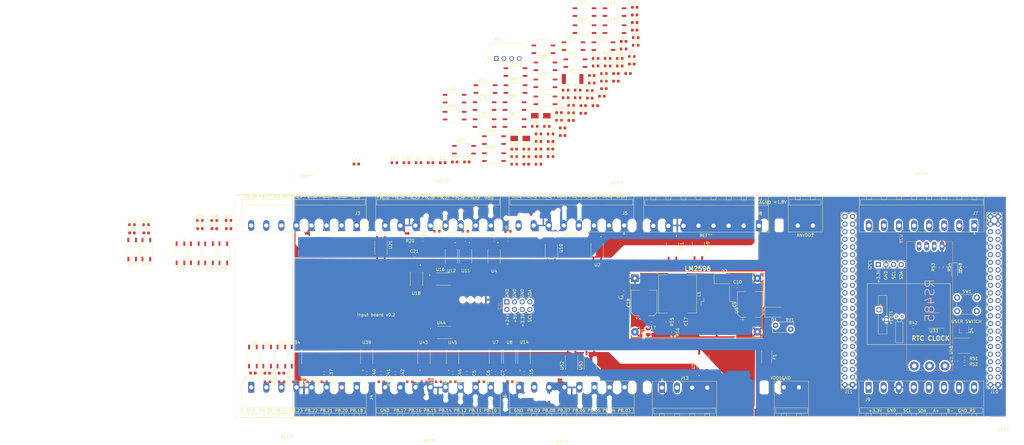
<source format=kicad_pcb>
(kicad_pcb (version 20171130) (host pcbnew "(5.1.10)-1")
  (layers (0 F.Cu signal) (31 B.Cu signal) (34 B.Paste user) (35 F.Paste user) (36 B.SilkS user) (37 F.SilkS user) (38 B.Mask user) (39 F.Mask user) (44 Edge.Cuts user))
  (net 0 "")
  (net 1 Earth)
  (net 2 +5V)
  (net 3 GNDA)
  (net 4 GND)
  (net 5 +3V3)
  (net 6 P9.33)
  (net 7 P9.36)
  (net 8 P9.35)
  (net 9 P9.38)
  (net 10 P9.37)
  (net 11 P9.40)
  (net 12 P9.39)
  (net 13 P8.18)
  (net 14 P8.11)
  (net 15 P8.25)
  (net 16 P8.46)
  (net 17 P8.39)
  (net 18 P8.32)
  (net 19 P8.17)
  (net 20 P8.10)
  (net 21 P8.24)
  (net 22 P8.45)
  (net 23 P8.38)
  (net 24 P8.31)
  (net 25 P8.16)
  (net 26 P8.09)
  (net 27 P8.23)
  (net 28 P8.44)
  (net 29 P8.37)
  (net 30 P8.30)
  (net 31 P8.15)
  (net 32 P8.08)
  (net 33 P8.22)
  (net 34 P8.43)
  (net 35 P8.36)
  (net 36 P8.29)
  (net 37 P8.14)
  (net 38 P8.07)
  (net 39 P8.21)
  (net 40 P8.42)
  (net 41 P8.35)
  (net 42 P8.28)
  (net 43 P8.13)
  (net 44 P8.06)
  (net 45 P8.20)
  (net 46 P8.41)
  (net 47 P8.34)
  (net 48 P8.27)
  (net 49 P8.12)
  (net 50 P8.05)
  (net 51 P8.19)
  (net 52 P8.40)
  (net 53 P8.33)
  (net 54 P8.26)
  (net 55 +24V)
  (net 56 P8.04)
  (net 57 P8.03)
  (net 58 VCC)
  (net 59 SDA)
  (net 60 SCL)
  (net 61 "Net-(J7-Pad8)")
  (net 62 P9.23)
  (net 63 P9.22)
  (net 64 P9.21)
  (net 65 P9.25)
  (net 66 P9.18)
  (net 67 P9.17)
  (net 68 P9.27)
  (net 69 P9.16)
  (net 70 P9.28)
  (net 71 P9.15)
  (net 72 P9.29)
  (net 73 P9.14)
  (net 74 P9.30)
  (net 75 P9.13)
  (net 76 P9.31)
  (net 77 P9.12)
  (net 78 P9.42)
  (net 79 P9.11)
  (net 80 P9.41)
  (net 81 "Net-(BT1-Pad1)")
  (net 82 RX)
  (net 83 TX)
  (net 84 P8.46_OUT)
  (net 85 "Net-(C1-Pad1)")
  (net 86 P8.45_OUT)
  (net 87 "Net-(C2-Pad1)")
  (net 88 P8.44_OUT)
  (net 89 "Net-(C3-Pad1)")
  (net 90 P8.43_OUT)
  (net 91 "Net-(C4-Pad1)")
  (net 92 P8.08_OUT)
  (net 93 "Net-(C5-Pad1)")
  (net 94 P8.07_OUT)
  (net 95 "Net-(C6-Pad1)")
  (net 96 "Net-(C7-Pad1)")
  (net 97 "Net-(C8-Pad1)")
  (net 98 P8.42_OUT)
  (net 99 P8.41_OUT)
  (net 100 P8.40_OUT)
  (net 101 "Net-(C11-Pad1)")
  (net 102 P8.39_OUT)
  (net 103 "Net-(C12-Pad1)")
  (net 104 "Net-(C13-Pad1)")
  (net 105 "Net-(C14-Pad1)")
  (net 106 P8.38_OUT)
  (net 107 "Net-(C15-Pad1)")
  (net 108 P8.37_OUT)
  (net 109 "Net-(C16-Pad1)")
  (net 110 P8.36_OUT)
  (net 111 P8.35_OUT)
  (net 112 P8.34_OUT)
  (net 113 "Net-(C19-Pad1)")
  (net 114 P8.33_OUT)
  (net 115 "Net-(C20-Pad1)")
  (net 116 P8.32_OUT)
  (net 117 "Net-(C21-Pad1)")
  (net 118 P8.31_OUT)
  (net 119 "Net-(C22-Pad1)")
  (net 120 P8.30_OUT)
  (net 121 "Net-(C23-Pad1)")
  (net 122 P8.29_OUT)
  (net 123 "Net-(C24-Pad1)")
  (net 124 P8.28_OUT)
  (net 125 "Net-(C25-Pad1)")
  (net 126 P8.27_OUT)
  (net 127 "Net-(C26-Pad1)")
  (net 128 P8.26_OUT)
  (net 129 "Net-(C27-Pad1)")
  (net 130 "Net-(C28-Pad1)")
  (net 131 "Net-(C29-Pad1)")
  (net 132 "Net-(C30-Pad1)")
  (net 133 "Net-(C31-Pad1)")
  (net 134 "Net-(C32-Pad1)")
  (net 135 "Net-(C33-Pad1)")
  (net 136 P8.18_OUT)
  (net 137 "Net-(C34-Pad1)")
  (net 138 P8.17_OUT)
  (net 139 "Net-(C35-Pad1)")
  (net 140 P8.16_OUT)
  (net 141 "Net-(C36-Pad1)")
  (net 142 P8.15_OUT)
  (net 143 "Net-(C37-Pad1)")
  (net 144 P8.14_OUT)
  (net 145 "Net-(C38-Pad1)")
  (net 146 P8.12_OUT)
  (net 147 "Net-(C39-Pad1)")
  (net 148 P8.11_OUT)
  (net 149 "Net-(C40-Pad1)")
  (net 150 P8.10_OUT)
  (net 151 "Net-(C41-Pad1)")
  (net 152 P8.09_OUT)
  (net 153 "Net-(C42-Pad1)")
  (net 154 +24VA)
  (net 155 B-)
  (net 156 A+)
  (net 157 GNDD)
  (net 158 GND_ADC)
  (net 159 VDD_ADC)
  (net 160 "Net-(C17-Pad2)")
  (net 161 "Net-(C43-Pad1)")
  (net 162 "Net-(C44-Pad1)")
  (net 163 "Net-(C45-Pad1)")
  (net 164 "Net-(C46-Pad1)")
  (net 165 "Net-(D1-Pad2)")
  (net 166 "Net-(D2-Pad1)")
  (net 167 "Net-(D3-Pad2)")
  (net 168 "Net-(R42-Pad2)")
  (net 169 "Net-(U33-Pad2)")
  (net 170 "Net-(U33-Pad1)")
  (net 171 SDA_OUT)
  (net 172 SCL_OUT)
  (net 173 "Net-(J10-Pad10)")
  (net 174 "Net-(J10-Pad9)")
  (net 175 "Net-(J10-Pad8)")
  (net 176 "Net-(J10-Pad7)")
  (net 177 "Net-(R53-Pad1)")
  (net 178 P9.14_OUT)
  (net 179 P9.15_OUT)
  (net 180 P9.21_OUT)
  (net 181 P9.22_OUT)
  (net 182 P9.16_OUT)
  (net 183 P9.17_OUT)
  (net 184 P9.18_OUT)
  (net 185 P9.11_OUT)
  (net 186 P9.12_OUT)
  (net 187 P9.13_OUT)
  (net 188 P9.27_OUT)
  (net 189 "Net-(C49-Pad1)")
  (net 190 P9.26_OUT)
  (net 191 "Net-(C50-Pad1)")
  (net 192 P9.25_OUT)
  (net 193 "Net-(C51-Pad1)")
  (net 194 P9.24_OUT)
  (net 195 "Net-(C52-Pad1)")
  (net 196 P9.23_OUT)
  (net 197 "Net-(C53-Pad1)")
  (net 198 P9.42_OUT)
  (net 199 "Net-(C54-Pad1)")
  (net 200 P9.31_OUT)
  (net 201 "Net-(C55-Pad1)")
  (net 202 P9.30_OUT)
  (net 203 "Net-(C56-Pad1)")
  (net 204 P9.29_OUT)
  (net 205 "Net-(C57-Pad1)")
  (net 206 P9.28_OUT)
  (net 207 "Net-(C58-Pad1)")
  (net 208 P9.26)
  (net 209 P9.24)
  (module Package_TO_SOT_SMD:TO-263-5_TabPin3 (layer F.Cu) (at 172.065 92.14 270)
    (fp_text reference U9 (at 0 -6.65 90) (layer F.SilkS))
    (fp_text value LM2596S-ADJ)
    (pad 3 smd rect (at 3.375 0 270) (size 9.4 10.8) (layers F.Cu F.Mask) (net 1 Earth))
    (pad 5 smd rect (at -5.775 3.4 270) (size 4.6 1.1) (layers F.Cu F.Paste F.Mask) (net 1 Earth))
    (pad 4 smd rect (at -5.775 1.7 270) (size 4.6 1.1) (layers F.Cu F.Paste F.Mask) (net 160 "Net-(C17-Pad2)"))
    (pad 3 smd rect (at -5.775 0 270) (size 4.6 1.1) (layers F.Cu F.Paste F.Mask) (net 1 Earth))
    (pad 2 smd rect (at -5.775 -1.7 270) (size 4.6 1.1) (layers F.Cu F.Paste F.Mask) (net 166 "Net-(D2-Pad1)"))
    (pad 1 smd rect (at -5.775 -3.4 270) (size 4.6 1.1) (layers F.Cu F.Paste F.Mask) (net 55 +24V))
  )
  (module Module:CONV_B0505S-1WR2 (layer F.Cu) (at 102.785 6.405)
    (fp_text reference PS1 (at -3.175 -4.318) (layer F.SilkS) (effects (font (size 0.8 0.8))))
    (fp_text value B2424S-1WR2)
    (pad 1 thru_hole rect (at -3.81 2.1) (size 1.508 1.508) (drill 1) (layers *.Cu *.Mask) (net 4 GND))
    (pad 2 thru_hole circle (at -1.27 2.1) (size 1.508 1.508) (drill 1) (layers *.Cu *.Mask) (net 55 +24V))
    (pad 3 thru_hole circle (at 1.27 2.1) (size 1.508 1.508) (drill 1) (layers *.Cu *.Mask) (net 3 GNDA))
    (pad 4 thru_hole circle (at 3.81 2.1) (size 1.508 1.508) (drill 1) (layers *.Cu *.Mask) (net 154 +24VA))
  )
  (module Inductor_SMD:L_12x12mm_H6mm (layer F.Cu) (at 159.08 86.73 270)
    (fp_text reference L1 (at 0 -7.1 90) (layer F.SilkS))
    (fp_text value 4.7uH)
    (pad 2 smd rect (at 4.95 0 270) (size 2.9 5.4) (layers F.Cu F.Paste F.Mask) (net 2 +5V))
    (pad 1 smd rect (at -4.95 0 270) (size 2.9 5.4) (layers F.Cu F.Paste F.Mask) (net 166 "Net-(D2-Pad1)"))
  )
  (module Connector:8pin (layer F.Cu) (at 141.64 60.4 180)
    (fp_text reference J5 (at 0 0.5) (layer F.SilkS))
    (fp_text value Screw_Terminal_01x08)
    (fp_text user REF** (at 17.79 -6.76) (layer F.SilkS))
    (pad 5 thru_hole oval (at 20.29 -3.56 180) (size 2 3.6) (drill 1.4) (layers *.Cu *.Mask) (net 90 P8.43_OUT))
    (pad 8 thru_hole oval (at 35.29 -3.56 180) (size 2 3.6) (drill 1.4) (layers *.Cu *.Mask) (net 100 P8.40_OUT))
    (pad 4 thru_hole oval (at 15.29 -3.56 180) (size 2 3.6) (drill 1.4) (layers *.Cu *.Mask) (net 88 P8.44_OUT))
    (pad 2 thru_hole oval (at 5.29 -3.56 180) (size 2 3.6) (drill 1.4) (layers *.Cu *.Mask) (net 84 P8.46_OUT))
    (pad 6 thru_hole oval (at 25.29 -3.56 180) (size 2 3.6) (drill 1.4) (layers *.Cu *.Mask) (net 98 P8.42_OUT))
    (pad 3 thru_hole oval (at 10.29 -3.56 180) (size 2 3.6) (drill 1.4) (layers *.Cu *.Mask) (net 86 P8.45_OUT))
    (pad 1 thru_hole roundrect (at 0.29 -3.56 180) (size 2 3.6) (drill 1.4) (layers *.Cu *.Mask) (roundrect_rratio 0.125) (net 3 GNDA))
    (pad 7 thru_hole oval (at 30.29 -3.56 180) (size 2 3.6) (drill 1.4) (layers *.Cu *.Mask) (net 99 P8.41_OUT))
  )
  (module Package_SO:OPTO_EL357N-G (layer F.Cu) (at 98.189 35.605)
    (fp_text reference U56 (at -1 -3.173) (layer F.SilkS))
    (fp_text value EL357N-G)
    (pad 2 smd rect (at -3.175 1.27) (size 1.5 0.6) (layers F.Cu F.Paste F.Mask) (net 206 P9.28_OUT))
    (pad 1 smd rect (at -3.175 -1.27) (size 1.5 0.6) (layers F.Cu F.Paste F.Mask) (net 207 "Net-(C58-Pad1)"))
    (pad 4 smd rect (at 3.175 -1.27) (size 1.5 0.6) (layers F.Cu F.Paste F.Mask) (net 70 P9.28))
    (pad 3 smd rect (at 3.175 1.27) (size 1.5 0.6) (layers F.Cu F.Paste F.Mask) (net 4 GND))
  )
  (module Package_SO:OPTO_EL357N-G (layer F.Cu) (at 138.159 -6.895)
    (fp_text reference U55 (at -1 -3.173) (layer F.SilkS))
    (fp_text value EL357N-G)
    (pad 2 smd rect (at -3.175 1.27) (size 1.5 0.6) (layers F.Cu F.Paste F.Mask) (net 204 P9.29_OUT))
    (pad 1 smd rect (at -3.175 -1.27) (size 1.5 0.6) (layers F.Cu F.Paste F.Mask) (net 205 "Net-(C57-Pad1)"))
    (pad 4 smd rect (at 3.175 -1.27) (size 1.5 0.6) (layers F.Cu F.Paste F.Mask) (net 72 P9.29))
    (pad 3 smd rect (at 3.175 1.27) (size 1.5 0.6) (layers F.Cu F.Paste F.Mask) (net 4 GND))
  )
  (module Package_SO:OPTO_EL357N-G (layer F.Cu) (at 125.179 10.055)
    (fp_text reference U54 (at -1 -3.173) (layer F.SilkS))
    (fp_text value EL357N-G)
    (pad 2 smd rect (at -3.175 1.27) (size 1.5 0.6) (layers F.Cu F.Paste F.Mask) (net 202 P9.30_OUT))
    (pad 1 smd rect (at -3.175 -1.27) (size 1.5 0.6) (layers F.Cu F.Paste F.Mask) (net 203 "Net-(C56-Pad1)"))
    (pad 4 smd rect (at 3.175 -1.27) (size 1.5 0.6) (layers F.Cu F.Paste F.Mask) (net 74 P9.30))
    (pad 3 smd rect (at 3.175 1.27) (size 1.5 0.6) (layers F.Cu F.Paste F.Mask) (net 4 GND))
  )
  (module Package_SO:OPTO_EL357N-G (layer F.Cu) (at 130.14 109.43 90)
    (fp_text reference U53 (at -1 -3.173 90) (layer F.SilkS))
    (fp_text value EL357N-G)
    (pad 2 smd rect (at -3.175 1.27 90) (size 1.5 0.6) (layers F.Cu F.Paste F.Mask) (net 200 P9.31_OUT))
    (pad 1 smd rect (at -3.175 -1.27 90) (size 1.5 0.6) (layers F.Cu F.Paste F.Mask) (net 201 "Net-(C55-Pad1)"))
    (pad 4 smd rect (at 3.175 -1.27 90) (size 1.5 0.6) (layers F.Cu F.Paste F.Mask) (net 76 P9.31))
    (pad 3 smd rect (at 3.175 1.27 90) (size 1.5 0.6) (layers F.Cu F.Paste F.Mask) (net 4 GND))
  )
  (module Package_SO:OPTO_EL357N-G (layer F.Cu) (at 123.93 109.43 90)
    (fp_text reference U52 (at -1 -3.173 90) (layer F.SilkS))
    (fp_text value EL357N-G)
    (pad 2 smd rect (at -3.175 1.27 90) (size 1.5 0.6) (layers F.Cu F.Paste F.Mask) (net 198 P9.42_OUT))
    (pad 1 smd rect (at -3.175 -1.27 90) (size 1.5 0.6) (layers F.Cu F.Paste F.Mask) (net 199 "Net-(C54-Pad1)"))
    (pad 4 smd rect (at 3.175 -1.27 90) (size 1.5 0.6) (layers F.Cu F.Paste F.Mask) (net 78 P9.42))
    (pad 3 smd rect (at 3.175 1.27 90) (size 1.5 0.6) (layers F.Cu F.Paste F.Mask) (net 4 GND))
  )
  (module Package_SO:OPTO_EL357N-G (layer F.Cu) (at 157.4 71.95 270)
    (fp_text reference U51 (at -1 -3.173 90) (layer F.SilkS))
    (fp_text value EL357N-G)
    (pad 2 smd rect (at -3.175 1.27 270) (size 1.5 0.6) (layers F.Cu F.Paste F.Mask) (net 196 P9.23_OUT))
    (pad 1 smd rect (at -3.175 -1.27 270) (size 1.5 0.6) (layers F.Cu F.Paste F.Mask) (net 197 "Net-(C53-Pad1)"))
    (pad 4 smd rect (at 3.175 -1.27 270) (size 1.5 0.6) (layers F.Cu F.Paste F.Mask) (net 62 P9.23))
    (pad 3 smd rect (at 3.175 1.27 270) (size 1.5 0.6) (layers F.Cu F.Paste F.Mask) (net 4 GND))
  )
  (module Package_SO:OPTO_EL357N-G (layer F.Cu) (at 85.129 21.845)
    (fp_text reference U50 (at -1 -3.173) (layer F.SilkS))
    (fp_text value EL357N-G)
    (pad 2 smd rect (at -3.175 1.27) (size 1.5 0.6) (layers F.Cu F.Paste F.Mask) (net 194 P9.24_OUT))
    (pad 1 smd rect (at -3.175 -1.27) (size 1.5 0.6) (layers F.Cu F.Paste F.Mask) (net 195 "Net-(C52-Pad1)"))
    (pad 4 smd rect (at 3.175 -1.27) (size 1.5 0.6) (layers F.Cu F.Paste F.Mask) (net 209 P9.24))
    (pad 3 smd rect (at 3.175 1.27) (size 1.5 0.6) (layers F.Cu F.Paste F.Mask) (net 4 GND))
  )
  (module Package_SO:OPTO_EL357N-G (layer F.Cu) (at 165.97 71.73 270)
    (fp_text reference U49 (at -1 -3.173 90) (layer F.SilkS))
    (fp_text value EL357N-G)
    (pad 2 smd rect (at -3.175 1.27 270) (size 1.5 0.6) (layers F.Cu F.Paste F.Mask) (net 192 P9.25_OUT))
    (pad 1 smd rect (at -3.175 -1.27 270) (size 1.5 0.6) (layers F.Cu F.Paste F.Mask) (net 193 "Net-(C51-Pad1)"))
    (pad 4 smd rect (at 3.175 -1.27 270) (size 1.5 0.6) (layers F.Cu F.Paste F.Mask) (net 65 P9.25))
    (pad 3 smd rect (at 3.175 1.27 270) (size 1.5 0.6) (layers F.Cu F.Paste F.Mask) (net 4 GND))
  )
  (module Package_SO:OPTO_EL357N-G (layer F.Cu) (at 85.129 27.495)
    (fp_text reference U48 (at -1 -3.173) (layer F.SilkS))
    (fp_text value EL357N-G)
    (pad 2 smd rect (at -3.175 1.27) (size 1.5 0.6) (layers F.Cu F.Paste F.Mask) (net 190 P9.26_OUT))
    (pad 1 smd rect (at -3.175 -1.27) (size 1.5 0.6) (layers F.Cu F.Paste F.Mask) (net 191 "Net-(C50-Pad1)"))
    (pad 4 smd rect (at 3.175 -1.27) (size 1.5 0.6) (layers F.Cu F.Paste F.Mask) (net 208 P9.26))
    (pad 3 smd rect (at 3.175 1.27) (size 1.5 0.6) (layers F.Cu F.Paste F.Mask) (net 4 GND))
  )
  (module Package_SO:OPTO_EL357N-G (layer F.Cu) (at 114.599 5.455)
    (fp_text reference U47 (at -1 -3.173) (layer F.SilkS))
    (fp_text value EL357N-G)
    (pad 2 smd rect (at -3.175 1.27) (size 1.5 0.6) (layers F.Cu F.Paste F.Mask) (net 188 P9.27_OUT))
    (pad 1 smd rect (at -3.175 -1.27) (size 1.5 0.6) (layers F.Cu F.Paste F.Mask) (net 189 "Net-(C49-Pad1)"))
    (pad 4 smd rect (at 3.175 -1.27) (size 1.5 0.6) (layers F.Cu F.Paste F.Mask) (net 68 P9.27))
    (pad 3 smd rect (at 3.175 1.27) (size 1.5 0.6) (layers F.Cu F.Paste F.Mask) (net 4 GND))
  )
  (module Package_SO:OPTO_EL357N-G (layer F.Cu) (at 81.73 99.48)
    (fp_text reference U44 (at -1 -3.173) (layer F.SilkS))
    (fp_text value EL357N-G)
    (pad 2 smd rect (at -3.175 1.27) (size 1.5 0.6) (layers F.Cu F.Paste F.Mask) (net 150 P8.10_OUT))
    (pad 1 smd rect (at -3.175 -1.27) (size 1.5 0.6) (layers F.Cu F.Paste F.Mask) (net 163 "Net-(C45-Pad1)"))
    (pad 4 smd rect (at 3.175 -1.27) (size 1.5 0.6) (layers F.Cu F.Paste F.Mask) (net 20 P8.10))
    (pad 3 smd rect (at 3.175 1.27) (size 1.5 0.6) (layers F.Cu F.Paste F.Mask) (net 4 GND))
  )
  (module Package_SO:OPTO_EL357N-G (layer F.Cu) (at 105.299 13.005)
    (fp_text reference U42 (at -1 -3.173) (layer F.SilkS))
    (fp_text value EL357N-G)
    (pad 2 smd rect (at -3.175 1.27) (size 1.5 0.6) (layers F.Cu F.Paste F.Mask) (net 146 P8.12_OUT))
    (pad 1 smd rect (at -3.175 -1.27) (size 1.5 0.6) (layers F.Cu F.Paste F.Mask) (net 161 "Net-(C43-Pad1)"))
    (pad 4 smd rect (at 3.175 -1.27) (size 1.5 0.6) (layers F.Cu F.Paste F.Mask) (net 49 P8.12))
    (pad 3 smd rect (at 3.175 1.27) (size 1.5 0.6) (layers F.Cu F.Paste F.Mask) (net 4 GND))
  )
  (module Package_SO:OPTO_EL357N-G (layer F.Cu) (at 95.359 18.655)
    (fp_text reference U41 (at -1 -3.173) (layer F.SilkS))
    (fp_text value EL357N-G)
    (pad 2 smd rect (at -3.175 1.27) (size 1.5 0.6) (layers F.Cu F.Paste F.Mask) (net 144 P8.14_OUT))
    (pad 1 smd rect (at -3.175 -1.27) (size 1.5 0.6) (layers F.Cu F.Paste F.Mask) (net 153 "Net-(C42-Pad1)"))
    (pad 4 smd rect (at 3.175 -1.27) (size 1.5 0.6) (layers F.Cu F.Paste F.Mask) (net 37 P8.14))
    (pad 3 smd rect (at 3.175 1.27) (size 1.5 0.6) (layers F.Cu F.Paste F.Mask) (net 4 GND))
  )
  (module Package_SO:OPTO_EL357N-G (layer F.Cu) (at 98.189 41.255)
    (fp_text reference U40 (at -1 -3.173) (layer F.SilkS))
    (fp_text value EL357N-G)
    (pad 2 smd rect (at -3.175 1.27) (size 1.5 0.6) (layers F.Cu F.Paste F.Mask) (net 142 P8.15_OUT))
    (pad 1 smd rect (at -3.175 -1.27) (size 1.5 0.6) (layers F.Cu F.Paste F.Mask) (net 151 "Net-(C41-Pad1)"))
    (pad 4 smd rect (at 3.175 -1.27) (size 1.5 0.6) (layers F.Cu F.Paste F.Mask) (net 31 P8.15))
    (pad 3 smd rect (at 3.175 1.27) (size 1.5 0.6) (layers F.Cu F.Paste F.Mask) (net 4 GND))
  )
  (module Package_SO:OPTO_EL357N-G (layer F.Cu) (at 105.299 18.655)
    (fp_text reference U38 (at -1 -3.173) (layer F.SilkS))
    (fp_text value EL357N-G)
    (pad 2 smd rect (at -3.175 1.27) (size 1.5 0.6) (layers F.Cu F.Paste F.Mask) (net 138 P8.17_OUT))
    (pad 1 smd rect (at -3.175 -1.27) (size 1.5 0.6) (layers F.Cu F.Paste F.Mask) (net 147 "Net-(C39-Pad1)"))
    (pad 4 smd rect (at 3.175 -1.27) (size 1.5 0.6) (layers F.Cu F.Paste F.Mask) (net 19 P8.17))
    (pad 3 smd rect (at 3.175 1.27) (size 1.5 0.6) (layers F.Cu F.Paste F.Mask) (net 4 GND))
  )
  (module Package_SO:OPTO_EL357N-G (layer F.Cu) (at 124.539 4.405)
    (fp_text reference U37 (at -1 -3.173) (layer F.SilkS))
    (fp_text value EL357N-G)
    (pad 2 smd rect (at -3.175 1.27) (size 1.5 0.6) (layers F.Cu F.Paste F.Mask) (net 136 P8.18_OUT))
    (pad 1 smd rect (at -3.175 -1.27) (size 1.5 0.6) (layers F.Cu F.Paste F.Mask) (net 145 "Net-(C38-Pad1)"))
    (pad 4 smd rect (at 3.175 -1.27) (size 1.5 0.6) (layers F.Cu F.Paste F.Mask) (net 13 P8.18))
    (pad 3 smd rect (at 3.175 1.27) (size 1.5 0.6) (layers F.Cu F.Paste F.Mask) (net 4 GND))
  )
  (module Package_SO:OPTO_EL357N-G (layer F.Cu) (at 105.009 24.305)
    (fp_text reference U36 (at -1 -3.173) (layer F.SilkS))
    (fp_text value EL357N-G)
    (pad 2 smd rect (at -3.175 1.27) (size 1.5 0.6) (layers F.Cu F.Paste F.Mask) (net 187 P9.13_OUT))
    (pad 1 smd rect (at -3.175 -1.27) (size 1.5 0.6) (layers F.Cu F.Paste F.Mask) (net 143 "Net-(C37-Pad1)"))
    (pad 4 smd rect (at 3.175 -1.27) (size 1.5 0.6) (layers F.Cu F.Paste F.Mask) (net 75 P9.13))
    (pad 3 smd rect (at 3.175 1.27) (size 1.5 0.6) (layers F.Cu F.Paste F.Mask) (net 4 GND))
  )
  (module Package_SO:OPTO_EL357N-G (layer F.Cu) (at 128.219 -1.245)
    (fp_text reference U35 (at -1 -3.173) (layer F.SilkS))
    (fp_text value EL357N-G)
    (pad 2 smd rect (at -3.175 1.27) (size 1.5 0.6) (layers F.Cu F.Paste F.Mask) (net 186 P9.12_OUT))
    (pad 1 smd rect (at -3.175 -1.27) (size 1.5 0.6) (layers F.Cu F.Paste F.Mask) (net 141 "Net-(C36-Pad1)"))
    (pad 4 smd rect (at 3.175 -1.27) (size 1.5 0.6) (layers F.Cu F.Paste F.Mask) (net 77 P9.12))
    (pad 3 smd rect (at 3.175 1.27) (size 1.5 0.6) (layers F.Cu F.Paste F.Mask) (net 4 GND))
  )
  (module Package_SO:OPTO_EL357N-G (layer F.Cu) (at 88.249 38.795)
    (fp_text reference U27 (at -1 -3.173) (layer F.SilkS))
    (fp_text value EL357N-G)
    (pad 2 smd rect (at -3.175 1.27) (size 1.5 0.6) (layers F.Cu F.Paste F.Mask) (net 126 P8.27_OUT))
    (pad 1 smd rect (at -3.175 -1.27) (size 1.5 0.6) (layers F.Cu F.Paste F.Mask) (net 132 "Net-(C30-Pad1)"))
    (pad 4 smd rect (at 3.175 -1.27) (size 1.5 0.6) (layers F.Cu F.Paste F.Mask) (net 48 P8.27))
    (pad 3 smd rect (at 3.175 1.27) (size 1.5 0.6) (layers F.Cu F.Paste F.Mask) (net 4 GND))
  )
  (module Package_SO:OPTO_EL357N-G (layer F.Cu) (at 115.239 11.105)
    (fp_text reference U24 (at -1 -3.173) (layer F.SilkS))
    (fp_text value EL357N-G)
    (pad 2 smd rect (at -3.175 1.27) (size 1.5 0.6) (layers F.Cu F.Paste F.Mask) (net 120 P8.30_OUT))
    (pad 1 smd rect (at -3.175 -1.27) (size 1.5 0.6) (layers F.Cu F.Paste F.Mask) (net 129 "Net-(C27-Pad1)"))
    (pad 4 smd rect (at 3.175 -1.27) (size 1.5 0.6) (layers F.Cu F.Paste F.Mask) (net 30 P8.30))
    (pad 3 smd rect (at 3.175 1.27) (size 1.5 0.6) (layers F.Cu F.Paste F.Mask) (net 4 GND))
  )
  (module Package_SO:OPTO_EL357N-G (layer F.Cu) (at 60.68 71.36 270)
    (fp_text reference U21 (at -1 -3.173 90) (layer F.SilkS))
    (fp_text value EL357N-G)
    (pad 2 smd rect (at -3.175 1.27 270) (size 1.5 0.6) (layers F.Cu F.Paste F.Mask) (net 114 P8.33_OUT))
    (pad 1 smd rect (at -3.175 -1.27 270) (size 1.5 0.6) (layers F.Cu F.Paste F.Mask) (net 123 "Net-(C24-Pad1)"))
    (pad 4 smd rect (at 3.175 -1.27 270) (size 1.5 0.6) (layers F.Cu F.Paste F.Mask) (net 53 P8.33))
    (pad 3 smd rect (at 3.175 1.27 270) (size 1.5 0.6) (layers F.Cu F.Paste F.Mask) (net 4 GND))
  )
  (module Package_SO:OPTO_EL357N-G (layer F.Cu) (at 95.069 29.955)
    (fp_text reference U20 (at -1 -3.173) (layer F.SilkS))
    (fp_text value EL357N-G)
    (pad 2 smd rect (at -3.175 1.27) (size 1.5 0.6) (layers F.Cu F.Paste F.Mask) (net 112 P8.34_OUT))
    (pad 1 smd rect (at -3.175 -1.27) (size 1.5 0.6) (layers F.Cu F.Paste F.Mask) (net 121 "Net-(C23-Pad1)"))
    (pad 4 smd rect (at 3.175 -1.27) (size 1.5 0.6) (layers F.Cu F.Paste F.Mask) (net 47 P8.34))
    (pad 3 smd rect (at 3.175 1.27) (size 1.5 0.6) (layers F.Cu F.Paste F.Mask) (net 4 GND))
  )
  (module Package_SO:OPTO_EL357N-G (layer F.Cu) (at 95.069 24.305)
    (fp_text reference U19 (at -1 -3.173) (layer F.SilkS))
    (fp_text value EL357N-G)
    (pad 2 smd rect (at -3.175 1.27) (size 1.5 0.6) (layers F.Cu F.Paste F.Mask) (net 111 P8.35_OUT))
    (pad 1 smd rect (at -3.175 -1.27) (size 1.5 0.6) (layers F.Cu F.Paste F.Mask) (net 119 "Net-(C22-Pad1)"))
    (pad 4 smd rect (at 3.175 -1.27) (size 1.5 0.6) (layers F.Cu F.Paste F.Mask) (net 41 P8.35))
    (pad 3 smd rect (at 3.175 1.27) (size 1.5 0.6) (layers F.Cu F.Paste F.Mask) (net 4 GND))
  )
  (module Package_SO:OPTO_EL357N-G (layer F.Cu) (at 128.219 -6.895)
    (fp_text reference U17 (at -1 -3.173) (layer F.SilkS))
    (fp_text value EL357N-G)
    (pad 2 smd rect (at -3.175 1.27) (size 1.5 0.6) (layers F.Cu F.Paste F.Mask) (net 108 P8.37_OUT))
    (pad 1 smd rect (at -3.175 -1.27) (size 1.5 0.6) (layers F.Cu F.Paste F.Mask) (net 115 "Net-(C20-Pad1)"))
    (pad 4 smd rect (at 3.175 -1.27) (size 1.5 0.6) (layers F.Cu F.Paste F.Mask) (net 29 P8.37))
    (pad 3 smd rect (at 3.175 1.27) (size 1.5 0.6) (layers F.Cu F.Paste F.Mask) (net 4 GND))
  )
  (module Package_SO:OPTO_EL357N-G (layer F.Cu) (at 81.42 81.73)
    (fp_text reference U16 (at -1 -3.173) (layer F.SilkS))
    (fp_text value EL357N-G)
    (pad 2 smd rect (at -3.175 1.27) (size 1.5 0.6) (layers F.Cu F.Paste F.Mask) (net 106 P8.38_OUT))
    (pad 1 smd rect (at -3.175 -1.27) (size 1.5 0.6) (layers F.Cu F.Paste F.Mask) (net 113 "Net-(C19-Pad1)"))
    (pad 4 smd rect (at 3.175 -1.27) (size 1.5 0.6) (layers F.Cu F.Paste F.Mask) (net 23 P8.38))
    (pad 3 smd rect (at 3.175 1.27) (size 1.5 0.6) (layers F.Cu F.Paste F.Mask) (net 4 GND))
  )
  (module Package_SO:OPTO_EL357N-G (layer F.Cu) (at 167.49 109.23 90)
    (fp_text reference U15 (at -1 -3.173 90) (layer F.SilkS))
    (fp_text value EL357N-G)
    (pad 2 smd rect (at -3.175 1.27 90) (size 1.5 0.6) (layers F.Cu F.Paste F.Mask) (net 181 P9.22_OUT))
    (pad 1 smd rect (at -3.175 -1.27 90) (size 1.5 0.6) (layers F.Cu F.Paste F.Mask) (net 109 "Net-(C16-Pad1)"))
    (pad 4 smd rect (at 3.175 -1.27 90) (size 1.5 0.6) (layers F.Cu F.Paste F.Mask) (net 63 P9.22))
    (pad 3 smd rect (at 3.175 1.27 90) (size 1.5 0.6) (layers F.Cu F.Paste F.Mask) (net 4 GND))
  )
  (module Package_SO:OPTO_EL357N-G (layer F.Cu) (at 138.159 -1.245)
    (fp_text reference U13 (at -1 -3.173) (layer F.SilkS))
    (fp_text value EL357N-G)
    (pad 2 smd rect (at -3.175 1.27) (size 1.5 0.6) (layers F.Cu F.Paste F.Mask) (net 102 P8.39_OUT))
    (pad 1 smd rect (at -3.175 -1.27) (size 1.5 0.6) (layers F.Cu F.Paste F.Mask) (net 105 "Net-(C14-Pad1)"))
    (pad 4 smd rect (at 3.175 -1.27) (size 1.5 0.6) (layers F.Cu F.Paste F.Mask) (net 17 P8.39))
    (pad 3 smd rect (at 3.175 1.27) (size 1.5 0.6) (layers F.Cu F.Paste F.Mask) (net 4 GND))
  )
  (module Package_SO:OPTO_EL357N-G (layer F.Cu) (at 117.22 72.53 270)
    (fp_text reference U10 (at -1 -3.173 90) (layer F.SilkS))
    (fp_text value EL357N-G)
    (pad 2 smd rect (at -3.175 1.27 270) (size 1.5 0.6) (layers F.Cu F.Paste F.Mask) (net 98 P8.42_OUT))
    (pad 1 smd rect (at -3.175 -1.27 270) (size 1.5 0.6) (layers F.Cu F.Paste F.Mask) (net 101 "Net-(C11-Pad1)"))
    (pad 4 smd rect (at 3.175 -1.27 270) (size 1.5 0.6) (layers F.Cu F.Paste F.Mask) (net 40 P8.42))
    (pad 3 smd rect (at 3.175 1.27 270) (size 1.5 0.6) (layers F.Cu F.Paste F.Mask) (net 4 GND))
  )
  (module Package_SO:OPTO_EL357N-G (layer F.Cu) (at 105.009 29.955)
    (fp_text reference U6 (at -1 -3.173) (layer F.SilkS))
    (fp_text value EL357N-G)
    (pad 2 smd rect (at -3.175 1.27) (size 1.5 0.6) (layers F.Cu F.Paste F.Mask) (net 94 P8.07_OUT))
    (pad 1 smd rect (at -3.175 -1.27) (size 1.5 0.6) (layers F.Cu F.Paste F.Mask) (net 95 "Net-(C6-Pad1)"))
    (pad 4 smd rect (at 3.175 -1.27) (size 1.5 0.6) (layers F.Cu F.Paste F.Mask) (net 38 P8.07))
    (pad 3 smd rect (at 3.175 1.27) (size 1.5 0.6) (layers F.Cu F.Paste F.Mask) (net 4 GND))
  )
  (module Package_SO:OPTO_EL357N-G (layer F.Cu) (at 115.239 16.755)
    (fp_text reference U5 (at -1 -3.173) (layer F.SilkS))
    (fp_text value EL357N-G)
    (pad 2 smd rect (at -3.175 1.27) (size 1.5 0.6) (layers F.Cu F.Paste F.Mask) (net 92 P8.08_OUT))
    (pad 1 smd rect (at -3.175 -1.27) (size 1.5 0.6) (layers F.Cu F.Paste F.Mask) (net 93 "Net-(C5-Pad1)"))
    (pad 4 smd rect (at 3.175 -1.27) (size 1.5 0.6) (layers F.Cu F.Paste F.Mask) (net 32 P8.08))
    (pad 3 smd rect (at 3.175 1.27) (size 1.5 0.6) (layers F.Cu F.Paste F.Mask) (net 4 GND))
  )
  (module Package_SO:OPTO_EL357N-G (layer F.Cu) (at 134.479 4.405)
    (fp_text reference U3 (at -1 -3.173) (layer F.SilkS))
    (fp_text value EL357N-G)
    (pad 2 smd rect (at -3.175 1.27) (size 1.5 0.6) (layers F.Cu F.Paste F.Mask) (net 88 P8.44_OUT))
    (pad 1 smd rect (at -3.175 -1.27) (size 1.5 0.6) (layers F.Cu F.Paste F.Mask) (net 89 "Net-(C3-Pad1)"))
    (pad 4 smd rect (at 3.175 -1.27) (size 1.5 0.6) (layers F.Cu F.Paste F.Mask) (net 28 P8.44))
    (pad 3 smd rect (at 3.175 1.27) (size 1.5 0.6) (layers F.Cu F.Paste F.Mask) (net 4 GND))
  )
  (module Package_SO:OPTO_EL357N-G (layer F.Cu) (at 115.239 22.405)
    (fp_text reference U1 (at -1 -3.173) (layer F.SilkS))
    (fp_text value EL357N-G)
    (pad 2 smd rect (at -3.175 1.27) (size 1.5 0.6) (layers F.Cu F.Paste F.Mask) (net 84 P8.46_OUT))
    (pad 1 smd rect (at -3.175 -1.27) (size 1.5 0.6) (layers F.Cu F.Paste F.Mask) (net 85 "Net-(C1-Pad1)"))
    (pad 4 smd rect (at 3.175 -1.27) (size 1.5 0.6) (layers F.Cu F.Paste F.Mask) (net 16 P8.46))
    (pad 3 smd rect (at 3.175 1.27) (size 1.5 0.6) (layers F.Cu F.Paste F.Mask) (net 4 GND))
  )
  (module Resistor_SMD:R_0603_1608Metric (layer F.Cu) (at 143.91 7.855)
    (fp_text reference R64 (at 0 -1.43) (layer F.SilkS))
    (fp_text value 10k)
    (pad 2 smd roundrect (at 0.825 0) (size 0.8 0.95) (layers F.Cu F.Paste F.Mask) (net 154 +24VA))
    (pad 1 smd roundrect (at -0.825 0) (size 0.8 0.95) (layers F.Cu F.Paste F.Mask) (net 207 "Net-(C58-Pad1)"))
  )
  (module Resistor_SMD:R_0603_1608Metric (layer F.Cu) (at 112.91 38.585)
    (fp_text reference R63 (at 0 -1.43) (layer F.SilkS))
    (fp_text value 10k)
    (pad 2 smd roundrect (at 0.825 0) (size 0.8 0.95) (layers F.Cu F.Paste F.Mask) (net 154 +24VA))
    (pad 1 smd roundrect (at -0.825 0) (size 0.8 0.95) (layers F.Cu F.Paste F.Mask) (net 205 "Net-(C57-Pad1)"))
  )
  (module Resistor_SMD:R_0603_1608Metric (layer F.Cu) (at 134.64 16.015)
    (fp_text reference R62 (at 0 -1.43) (layer F.SilkS))
    (fp_text value 10k)
    (pad 2 smd roundrect (at 0.825 0) (size 0.8 0.95) (layers F.Cu F.Paste F.Mask) (net 154 +24VA))
    (pad 1 smd roundrect (at -0.825 0) (size 0.8 0.95) (layers F.Cu F.Paste F.Mask) (net 203 "Net-(C56-Pad1)"))
  )
  (module Resistor_SMD:R_0603_1608Metric (layer F.Cu) (at 139.9 10.995)
    (fp_text reference R61 (at 0 -1.43) (layer F.SilkS))
    (fp_text value 10k)
    (pad 2 smd roundrect (at 0.825 0) (size 0.8 0.95) (layers F.Cu F.Paste F.Mask) (net 154 +24VA))
    (pad 1 smd roundrect (at -0.825 0) (size 0.8 0.95) (layers F.Cu F.Paste F.Mask) (net 201 "Net-(C55-Pad1)"))
  )
  (module Resistor_SMD:R_0603_1608Metric (layer F.Cu) (at 123.77 26.555)
    (fp_text reference R60 (at 0 -1.43) (layer F.SilkS))
    (fp_text value 10k)
    (pad 2 smd roundrect (at 0.825 0) (size 0.8 0.95) (layers F.Cu F.Paste F.Mask) (net 154 +24VA))
    (pad 1 smd roundrect (at -0.825 0) (size 0.8 0.95) (layers F.Cu F.Paste F.Mask) (net 199 "Net-(C54-Pad1)"))
  )
  (module Resistor_SMD:R_0603_1608Metric (layer F.Cu) (at 116.95 33.545)
    (fp_text reference R59 (at 0 -1.43) (layer F.SilkS))
    (fp_text value 10k)
    (pad 2 smd roundrect (at 0.825 0) (size 0.8 0.95) (layers F.Cu F.Paste F.Mask) (net 154 +24VA))
    (pad 1 smd roundrect (at -0.825 0) (size 0.8 0.95) (layers F.Cu F.Paste F.Mask) (net 197 "Net-(C53-Pad1)"))
  )
  (module Resistor_SMD:R_0603_1608Metric (layer F.Cu) (at 112.94 36.055)
    (fp_text reference R58 (at 0 -1.43) (layer F.SilkS))
    (fp_text value 10k)
    (pad 2 smd roundrect (at 0.825 0) (size 0.8 0.95) (layers F.Cu F.Paste F.Mask) (net 154 +24VA))
    (pad 1 smd roundrect (at -0.825 0) (size 0.8 0.95) (layers F.Cu F.Paste F.Mask) (net 195 "Net-(C52-Pad1)"))
  )
  (module Resistor_SMD:R_0603_1608Metric (layer F.Cu) (at 121.94 21.535)
    (fp_text reference R57 (at 0 -1.43) (layer F.SilkS))
    (fp_text value 10k)
    (pad 2 smd roundrect (at 0.825 0) (size 0.8 0.95) (layers F.Cu F.Paste F.Mask) (net 154 +24VA))
    (pad 1 smd roundrect (at -0.825 0) (size 0.8 0.95) (layers F.Cu F.Paste F.Mask) (net 193 "Net-(C51-Pad1)"))
  )
  (module Resistor_SMD:R_0603_1608Metric (layer F.Cu) (at 145.19 4.085)
    (fp_text reference R56 (at 0 -1.43) (layer F.SilkS))
    (fp_text value 10k)
    (pad 2 smd roundrect (at 0.825 0) (size 0.8 0.95) (layers F.Cu F.Paste F.Mask) (net 154 +24VA))
    (pad 1 smd roundrect (at -0.825 0) (size 0.8 0.95) (layers F.Cu F.Paste F.Mask) (net 191 "Net-(C50-Pad1)"))
  )
  (module Resistor_SMD:R_0603_1608Metric (layer F.Cu) (at 145.19 1.575)
    (fp_text reference R55 (at 0 -1.43) (layer F.SilkS))
    (fp_text value 10k)
    (pad 2 smd roundrect (at 0.825 0) (size 0.8 0.95) (layers F.Cu F.Paste F.Mask) (net 154 +24VA))
    (pad 1 smd roundrect (at -0.825 0) (size 0.8 0.95) (layers F.Cu F.Paste F.Mask) (net 189 "Net-(C49-Pad1)"))
  )
  (module Resistor_SMD:R_0603_1608Metric (layer F.Cu) (at 108.9 41.095)
    (fp_text reference R46 (at 0 -1.43) (layer F.SilkS))
    (fp_text value 10k)
    (pad 2 smd roundrect (at 0.825 0) (size 0.8 0.95) (layers F.Cu F.Paste F.Mask) (net 154 +24VA))
    (pad 1 smd roundrect (at -0.825 0) (size 0.8 0.95) (layers F.Cu F.Paste F.Mask) (net 153 "Net-(C42-Pad1)"))
  )
  (module Resistor_SMD:R_0603_1608Metric (layer F.Cu) (at 123.77 24.045)
    (fp_text reference R44 (at 0 -1.43) (layer F.SilkS))
    (fp_text value 10k)
    (pad 2 smd roundrect (at 0.825 0) (size 0.8 0.95) (layers F.Cu F.Paste F.Mask) (net 154 +24VA))
    (pad 1 smd roundrect (at -0.825 0) (size 0.8 0.95) (layers F.Cu F.Paste F.Mask) (net 149 "Net-(C40-Pad1)"))
  )
  (module Resistor_SMD:R_0603_1608Metric (layer F.Cu) (at 119.76 28.995)
    (fp_text reference R43 (at 0 -1.43) (layer F.SilkS))
    (fp_text value 10k)
    (pad 2 smd roundrect (at 0.825 0) (size 0.8 0.95) (layers F.Cu F.Paste F.Mask) (net 154 +24VA))
    (pad 1 smd roundrect (at -0.825 0) (size 0.8 0.95) (layers F.Cu F.Paste F.Mask) (net 147 "Net-(C39-Pad1)"))
  )
  (module Resistor_SMD:R_0603_1608Metric (layer F.Cu) (at 104.89 43.605)
    (fp_text reference R41 (at 0 -1.43) (layer F.SilkS))
    (fp_text value 10k)
    (pad 2 smd roundrect (at 0.825 0) (size 0.8 0.95) (layers F.Cu F.Paste F.Mask) (net 154 +24VA))
    (pad 1 smd roundrect (at -0.825 0) (size 0.8 0.95) (layers F.Cu F.Paste F.Mask) (net 145 "Net-(C38-Pad1)"))
  )
  (module Resistor_SMD:R_0603_1608Metric (layer F.Cu) (at 134.64 13.505)
    (fp_text reference R37 (at 0 -1.43) (layer F.SilkS))
    (fp_text value 10k)
    (pad 2 smd roundrect (at 0.825 0) (size 0.8 0.95) (layers F.Cu F.Paste F.Mask) (net 60 SCL))
    (pad 1 smd roundrect (at -0.825 0) (size 0.8 0.95) (layers F.Cu F.Paste F.Mask) (net 5 +3V3))
  )
  (module Resistor_SMD:R_0603_1608Metric (layer F.Cu) (at 139.9 8.485)
    (fp_text reference R36 (at 0 -1.43) (layer F.SilkS))
    (fp_text value 10k)
    (pad 2 smd roundrect (at 0.825 0) (size 0.8 0.95) (layers F.Cu F.Paste F.Mask) (net 59 SDA))
    (pad 1 smd roundrect (at -0.825 0) (size 0.8 0.95) (layers F.Cu F.Paste F.Mask) (net 5 +3V3))
  )
  (module Resistor_SMD:R_0603_1608Metric (layer F.Cu) (at 108.9 38.585)
    (fp_text reference R33 (at 0 -1.43) (layer F.SilkS))
    (fp_text value 10k)
    (pad 2 smd roundrect (at 0.825 0) (size 0.8 0.95) (layers F.Cu F.Paste F.Mask) (net 154 +24VA))
    (pad 1 smd roundrect (at -0.825 0) (size 0.8 0.95) (layers F.Cu F.Paste F.Mask) (net 134 "Net-(C32-Pad1)"))
  )
  (module Resistor_SMD:R_0603_1608Metric (layer F.Cu) (at 130.63 16.645)
    (fp_text reference R31 (at 0 -1.43) (layer F.SilkS))
    (fp_text value 4.7k)
    (pad 2 smd roundrect (at 0.825 0) (size 0.8 0.95) (layers F.Cu F.Paste F.Mask) (net 59 SDA))
    (pad 1 smd roundrect (at -0.825 0) (size 0.8 0.95) (layers F.Cu F.Paste F.Mask) (net 5 +3V3))
  )
  (module Resistor_SMD:R_0603_1608Metric (layer F.Cu) (at 125.95 21.535)
    (fp_text reference R30 (at 0 -1.43) (layer F.SilkS))
    (fp_text value 4.7k)
    (pad 2 smd roundrect (at 0.825 0) (size 0.8 0.95) (layers F.Cu F.Paste F.Mask) (net 60 SCL))
    (pad 1 smd roundrect (at -0.825 0) (size 0.8 0.95) (layers F.Cu F.Paste F.Mask) (net 5 +3V3))
  )
  (module Resistor_SMD:R_0603_1608Metric (layer F.Cu) (at 129.96 19.155)
    (fp_text reference R27 (at 0 -1.43) (layer F.SilkS))
    (fp_text value 10k)
    (pad 2 smd roundrect (at 0.825 0) (size 0.8 0.95) (layers F.Cu F.Paste F.Mask) (net 154 +24VA))
    (pad 1 smd roundrect (at -0.825 0) (size 0.8 0.95) (layers F.Cu F.Paste F.Mask) (net 130 "Net-(C28-Pad1)"))
  )
  (module Resistor_SMD:R_0603_1608Metric (layer F.Cu) (at 116.92 41.075)
    (fp_text reference R26 (at 0 -1.43) (layer F.SilkS))
    (fp_text value 10k)
    (pad 2 smd roundrect (at 0.825 0) (size 0.8 0.95) (layers F.Cu F.Paste F.Mask) (net 154 +24VA))
    (pad 1 smd roundrect (at -0.825 0) (size 0.8 0.95) (layers F.Cu F.Paste F.Mask) (net 129 "Net-(C27-Pad1)"))
  )
  (module Resistor_SMD:R_0603_1608Metric (layer F.Cu) (at 112.91 43.605)
    (fp_text reference R23 (at 0 -1.43) (layer F.SilkS))
    (fp_text value 10k)
    (pad 2 smd roundrect (at 0.825 0) (size 0.8 0.95) (layers F.Cu F.Paste F.Mask) (net 154 +24VA))
    (pad 1 smd roundrect (at -0.825 0) (size 0.8 0.95) (layers F.Cu F.Paste F.Mask) (net 123 "Net-(C24-Pad1)"))
  )
  (module Resistor_SMD:R_0603_1608Metric (layer F.Cu) (at 69.14 43.115)
    (fp_text reference R22 (at 0 -1.43) (layer F.SilkS))
    (fp_text value 10k)
    (pad 2 smd roundrect (at 0.825 0) (size 0.8 0.95) (layers F.Cu F.Paste F.Mask) (net 154 +24VA))
    (pad 1 smd roundrect (at -0.825 0) (size 0.8 0.95) (layers F.Cu F.Paste F.Mask) (net 121 "Net-(C23-Pad1)"))
  )
  (module Resistor_SMD:R_0603_1608Metric (layer F.Cu) (at 65.13 43.115)
    (fp_text reference R21 (at 0 -1.43) (layer F.SilkS))
    (fp_text value 10k)
    (pad 2 smd roundrect (at 0.825 0) (size 0.8 0.95) (layers F.Cu F.Paste F.Mask) (net 154 +24VA))
    (pad 1 smd roundrect (at -0.825 0) (size 0.8 0.95) (layers F.Cu F.Paste F.Mask) (net 119 "Net-(C22-Pad1)"))
  )
  (module Resistor_SMD:R_0603_1608Metric (layer F.Cu) (at 121.94 19.025)
    (fp_text reference R19 (at 0 -1.43) (layer F.SilkS))
    (fp_text value 10k)
    (pad 2 smd roundrect (at 0.825 0) (size 0.8 0.95) (layers F.Cu F.Paste F.Mask) (net 154 +24VA))
    (pad 1 smd roundrect (at -0.825 0) (size 0.8 0.95) (layers F.Cu F.Paste F.Mask) (net 115 "Net-(C20-Pad1)"))
  )
  (module Resistor_SMD:R_0603_1608Metric (layer F.Cu) (at 131.88 8.485)
    (fp_text reference R18 (at 0 -1.43) (layer F.SilkS))
    (fp_text value 10k)
    (pad 2 smd roundrect (at 0.825 0) (size 0.8 0.95) (layers F.Cu F.Paste F.Mask) (net 154 +24VA))
    (pad 1 smd roundrect (at -0.825 0) (size 0.8 0.95) (layers F.Cu F.Paste F.Mask) (net 113 "Net-(C19-Pad1)"))
  )
  (module Resistor_SMD:R_0603_1608Metric (layer F.Cu) (at 131.88 10.995)
    (fp_text reference R16 (at 0 -1.43) (layer F.SilkS))
    (fp_text value 1k)
    (pad 2 smd roundrect (at 0.825 0) (size 0.8 0.95) (layers F.Cu F.Paste F.Mask) (net 1 Earth))
    (pad 1 smd roundrect (at -0.825 0) (size 0.8 0.95) (layers F.Cu F.Paste F.Mask) (net 160 "Net-(C17-Pad2)"))
  )
  (module Resistor_SMD:R_0603_1608Metric (layer F.Cu) (at 104.89 41.095)
    (fp_text reference R14 (at 0 -1.43) (layer F.SilkS))
    (fp_text value 10k)
    (pad 2 smd roundrect (at 0.825 0) (size 0.8 0.95) (layers F.Cu F.Paste F.Mask) (net 154 +24VA))
    (pad 1 smd roundrect (at -0.825 0) (size 0.8 0.95) (layers F.Cu F.Paste F.Mask) (net 109 "Net-(C16-Pad1)"))
  )
  (module Resistor_SMD:R_0603_1608Metric (layer F.Cu) (at 135.89 8.485)
    (fp_text reference R13 (at 0 -1.43) (layer F.SilkS))
    (fp_text value 10k)
    (pad 2 smd roundrect (at 0.825 0) (size 0.8 0.95) (layers F.Cu F.Paste F.Mask) (net 154 +24VA))
    (pad 1 smd roundrect (at -0.825 0) (size 0.8 0.95) (layers F.Cu F.Paste F.Mask) (net 107 "Net-(C15-Pad1)"))
  )
  (module Resistor_SMD:R_0603_1608Metric (layer F.Cu) (at 125.95 19.025)
    (fp_text reference R11 (at 0 -1.43) (layer F.SilkS))
    (fp_text value 10k)
    (pad 2 smd roundrect (at 0.825 0) (size 0.8 0.95) (layers F.Cu F.Paste F.Mask) (net 154 +24VA))
    (pad 1 smd roundrect (at -0.825 0) (size 0.8 0.95) (layers F.Cu F.Paste F.Mask) (net 104 "Net-(C13-Pad1)"))
  )
  (module Resistor_SMD:R_0603_1608Metric (layer F.Cu) (at 111.71 31.035)
    (fp_text reference R9 (at 0 -1.43) (layer F.SilkS))
    (fp_text value 10k)
    (pad 2 smd roundrect (at 0.825 0) (size 0.8 0.95) (layers F.Cu F.Paste F.Mask) (net 154 +24VA))
    (pad 1 smd roundrect (at -0.825 0) (size 0.8 0.95) (layers F.Cu F.Paste F.Mask) (net 101 "Net-(C11-Pad1)"))
  )
  (module Resistor_SMD:R_0603_1608Metric (layer F.Cu) (at 141.18 5.345)
    (fp_text reference R7 (at 0 -1.43) (layer F.SilkS))
    (fp_text value 10k)
    (pad 2 smd roundrect (at 0.825 0) (size 0.8 0.95) (layers F.Cu F.Paste F.Mask) (net 154 +24VA))
    (pad 1 smd roundrect (at -0.825 0) (size 0.8 0.95) (layers F.Cu F.Paste F.Mask) (net 96 "Net-(C7-Pad1)"))
  )
  (module Resistor_SMD:R_0603_1608Metric (layer F.Cu) (at 115.72 31.035)
    (fp_text reference R5 (at 0 -1.43) (layer F.SilkS))
    (fp_text value 10k)
    (pad 2 smd roundrect (at 0.825 0) (size 0.8 0.95) (layers F.Cu F.Paste F.Mask) (net 154 +24VA))
    (pad 1 smd roundrect (at -0.825 0) (size 0.8 0.95) (layers F.Cu F.Paste F.Mask) (net 93 "Net-(C5-Pad1)"))
  )
  (module Resistor_SMD:R_0603_1608Metric (layer F.Cu) (at 135.89 10.995)
    (fp_text reference R4 (at 0 -1.43) (layer F.SilkS))
    (fp_text value 10k)
    (pad 2 smd roundrect (at 0.825 0) (size 0.8 0.95) (layers F.Cu F.Paste F.Mask) (net 154 +24VA))
    (pad 1 smd roundrect (at -0.825 0) (size 0.8 0.95) (layers F.Cu F.Paste F.Mask) (net 91 "Net-(C4-Pad1)"))
  )
  (module Resistor_SMD:R_0603_1608Metric (layer F.Cu) (at 112.94 33.545)
    (fp_text reference R2 (at 0 -1.43) (layer F.SilkS))
    (fp_text value 10k)
    (pad 2 smd roundrect (at 0.825 0) (size 0.8 0.95) (layers F.Cu F.Paste F.Mask) (net 154 +24VA))
    (pad 1 smd roundrect (at -0.825 0) (size 0.8 0.95) (layers F.Cu F.Paste F.Mask) (net 87 "Net-(C2-Pad1)"))
  )
  (module Resistor_SMD:R_0603_1608Metric (layer F.Cu) (at 73.15 43.115)
    (fp_text reference R1 (at 0 -1.43) (layer F.SilkS))
    (fp_text value 10k)
    (pad 2 smd roundrect (at 0.825 0) (size 0.8 0.95) (layers F.Cu F.Paste F.Mask) (net 154 +24VA))
    (pad 1 smd roundrect (at -0.825 0) (size 0.8 0.95) (layers F.Cu F.Paste F.Mask) (net 85 "Net-(C1-Pad1)"))
  )
  (module Connector:Phoenix_1x04_P5.00mm_Horizontal (layer F.Cu) (at 153.91 117.81)
    (fp_text reference J13 (at 7.5 -3.2) (layer F.SilkS))
    (fp_text value Screw_Terminal_01x04)
    (pad 4 thru_hole oval (at 15 0) (size 2 3.6) (drill 1.4) (layers *.Cu *.Mask) (net 181 P9.22_OUT))
    (pad 3 thru_hole oval (at 10 0) (size 2 3.6) (drill 1.4) (layers *.Cu *.Mask) (net 180 P9.21_OUT))
    (pad 2 thru_hole oval (at 5 0) (size 2 3.6) (drill 1.4) (layers *.Cu *.Mask) (net 184 P9.18_OUT))
    (pad 1 thru_hole roundrect (at 0 0) (size 2 3.6) (drill 1.4) (layers *.Cu *.Mask) (roundrect_rratio 0.125) (net 4 GND))
  )
  (module Connector_PinSocket_2.54mm:PinSocket_1x04_P2.54mm_Vertical (layer F.Cu) (at 225.66 76.93 90)
    (fp_text reference I2C1 (at 0 -2.77 90) (layer F.SilkS))
    (fp_text value Conn_01x04)
    (pad 4 thru_hole oval (at 0 7.62 90) (size 1.7 1.7) (drill 1) (layers *.Cu *.Mask) (net 59 SDA))
    (pad 3 thru_hole oval (at 0 5.08 90) (size 1.7 1.7) (drill 1) (layers *.Cu *.Mask) (net 60 SCL))
    (pad 2 thru_hole oval (at 0 2.54 90) (size 1.7 1.7) (drill 1) (layers *.Cu *.Mask) (net 4 GND))
    (pad 1 thru_hole rect (at 0 0 90) (size 1.7 1.7) (drill 1) (layers *.Cu *.Mask) (net 5 +3V3))
  )
  (module Fuse:Fuse_2512_6332Metric (layer F.Cu) (at 124.28 15.325)
    (fp_text reference F1 (at 0 -2.62) (layer F.SilkS))
    (fp_text value Fuse_3A)
    (pad 2 smd roundrect (at 2.9 0) (size 1.35 3.35) (layers F.Cu F.Paste F.Mask) (roundrect_rratio 0.185185) (net 58 VCC))
    (pad 1 smd roundrect (at -2.9 0) (size 1.35 3.35) (layers F.Cu F.Paste F.Mask) (roundrect_rratio 0.185185) (net 165 "Net-(D1-Pad2)"))
  )
  (module Diode_SMD:D_SMA (layer F.Cu) (at 113.73 27.505)
    (fp_text reference D2 (at 0 -2.5) (layer F.SilkS))
    (fp_text value SS34)
    (pad 2 smd rect (at 2 0) (size 2.5 1.8) (layers F.Cu F.Paste F.Mask) (net 1 Earth))
    (pad 1 smd rect (at -2 0) (size 2.5 1.8) (layers F.Cu F.Paste F.Mask) (net 166 "Net-(D2-Pad1)"))
  )
  (module Diode_SMD:D_SMA (layer F.Cu) (at 106.91 35.055)
    (fp_text reference D1 (at 0 -2.5) (layer F.SilkS))
    (fp_text value B340A-13F)
    (pad 2 smd rect (at 2 0) (size 2.5 1.8) (layers F.Cu F.Paste F.Mask) (net 165 "Net-(D1-Pad2)"))
    (pad 1 smd rect (at -2 0) (size 2.5 1.8) (layers F.Cu F.Paste F.Mask) (net 55 +24V))
  )
  (module Capacitor_SMD:C_0603_1608Metric (layer F.Cu) (at 119.76 26.485)
    (fp_text reference C58 (at 0 -1.43) (layer F.SilkS))
    (fp_text value 100n)
    (pad 2 smd roundrect (at 0.775 0) (size 0.9 0.95) (layers F.Cu F.Paste F.Mask) (net 206 P9.28_OUT))
    (pad 1 smd roundrect (at -0.775 0) (size 0.9 0.95) (layers F.Cu F.Paste F.Mask) (net 207 "Net-(C58-Pad1)"))
  )
  (module Capacitor_SMD:C_0603_1608Metric (layer F.Cu) (at 130.63 14.135)
    (fp_text reference C57 (at 0 -1.43) (layer F.SilkS))
    (fp_text value 100n)
    (pad 2 smd roundrect (at 0.775 0) (size 0.9 0.95) (layers F.Cu F.Paste F.Mask) (net 204 P9.29_OUT))
    (pad 1 smd roundrect (at -0.775 0) (size 0.9 0.95) (layers F.Cu F.Paste F.Mask) (net 205 "Net-(C57-Pad1)"))
  )
  (module Capacitor_SMD:C_0603_1608Metric (layer F.Cu) (at 144.86 -0.935)
    (fp_text reference C56 (at 0 -1.43) (layer F.SilkS))
    (fp_text value 100n)
    (pad 2 smd roundrect (at 0.775 0) (size 0.9 0.95) (layers F.Cu F.Paste F.Mask) (net 202 P9.30_OUT))
    (pad 1 smd roundrect (at -0.775 0) (size 0.9 0.95) (layers F.Cu F.Paste F.Mask) (net 203 "Net-(C56-Pad1)"))
  )
  (module Capacitor_SMD:C_0603_1608Metric (layer F.Cu) (at 89.19 42.875)
    (fp_text reference C55 (at 0 -1.43) (layer F.SilkS))
    (fp_text value 100n)
    (pad 2 smd roundrect (at 0.775 0) (size 0.9 0.95) (layers F.Cu F.Paste F.Mask) (net 200 P9.31_OUT))
    (pad 1 smd roundrect (at -0.775 0) (size 0.9 0.95) (layers F.Cu F.Paste F.Mask) (net 201 "Net-(C55-Pad1)"))
  )
  (module Capacitor_SMD:C_0603_1608Metric (layer F.Cu) (at 108.9 43.605)
    (fp_text reference C54 (at 0 -1.43) (layer F.SilkS))
    (fp_text value 100n)
    (pad 2 smd roundrect (at 0.775 0) (size 0.9 0.95) (layers F.Cu F.Paste F.Mask) (net 198 P9.42_OUT))
    (pad 1 smd roundrect (at -0.775 0) (size 0.9 0.95) (layers F.Cu F.Paste F.Mask) (net 199 "Net-(C54-Pad1)"))
  )
  (module Capacitor_SMD:C_0603_1608Metric (layer F.Cu) (at 142.66 13.505)
    (fp_text reference C53 (at 0 -1.43) (layer F.SilkS))
    (fp_text value 100n)
    (pad 2 smd roundrect (at 0.775 0) (size 0.9 0.95) (layers F.Cu F.Paste F.Mask) (net 196 P9.23_OUT))
    (pad 1 smd roundrect (at -0.775 0) (size 0.9 0.95) (layers F.Cu F.Paste F.Mask) (net 197 "Net-(C53-Pad1)"))
  )
  (module Capacitor_SMD:C_0603_1608Metric (layer F.Cu) (at 133.97 21.035)
    (fp_text reference C52 (at 0 -1.43) (layer F.SilkS))
    (fp_text value 100n)
    (pad 2 smd roundrect (at 0.775 0) (size 0.9 0.95) (layers F.Cu F.Paste F.Mask) (net 194 P9.24_OUT))
    (pad 1 smd roundrect (at -0.775 0) (size 0.9 0.95) (layers F.Cu F.Paste F.Mask) (net 195 "Net-(C52-Pad1)"))
  )
  (module Capacitor_SMD:C_0603_1608Metric (layer F.Cu) (at 120.96 34.085)
    (fp_text reference C51 (at 0 -1.43) (layer F.SilkS))
    (fp_text value 100n)
    (pad 2 smd roundrect (at 0.775 0) (size 0.9 0.95) (layers F.Cu F.Paste F.Mask) (net 192 P9.25_OUT))
    (pad 1 smd roundrect (at -0.775 0) (size 0.9 0.95) (layers F.Cu F.Paste F.Mask) (net 193 "Net-(C51-Pad1)"))
  )
  (module Capacitor_SMD:C_0603_1608Metric (layer F.Cu) (at 116.92 38.565)
    (fp_text reference C50 (at 0 -1.43) (layer F.SilkS))
    (fp_text value 100n)
    (pad 2 smd roundrect (at 0.775 0) (size 0.9 0.95) (layers F.Cu F.Paste F.Mask) (net 190 P9.26_OUT))
    (pad 1 smd roundrect (at -0.775 0) (size 0.9 0.95) (layers F.Cu F.Paste F.Mask) (net 191 "Net-(C50-Pad1)"))
  )
  (module Capacitor_SMD:C_0603_1608Metric (layer F.Cu) (at 138.65 16.015)
    (fp_text reference C49 (at 0 -1.43) (layer F.SilkS))
    (fp_text value 100n)
    (pad 2 smd roundrect (at 0.775 0) (size 0.9 0.95) (layers F.Cu F.Paste F.Mask) (net 188 P9.27_OUT))
    (pad 1 smd roundrect (at -0.775 0) (size 0.9 0.95) (layers F.Cu F.Paste F.Mask) (net 189 "Net-(C49-Pad1)"))
  )
  (module Capacitor_SMD:C_0603_1608Metric (layer F.Cu) (at 129.96 21.665)
    (fp_text reference C45 (at 0 -1.43) (layer F.SilkS))
    (fp_text value 100n)
    (pad 2 smd roundrect (at 0.775 0) (size 0.9 0.95) (layers F.Cu F.Paste F.Mask) (net 150 P8.10_OUT))
    (pad 1 smd roundrect (at -0.775 0) (size 0.9 0.95) (layers F.Cu F.Paste F.Mask) (net 163 "Net-(C45-Pad1)"))
  )
  (module Capacitor_SMD:C_0603_1608Metric (layer F.Cu) (at 143.91 10.365)
    (fp_text reference C44 (at 0 -1.43) (layer F.SilkS))
    (fp_text value 100n)
    (pad 2 smd roundrect (at 0.775 0) (size 0.9 0.95) (layers F.Cu F.Paste F.Mask) (net 148 P8.11_OUT))
    (pad 1 smd roundrect (at -0.775 0) (size 0.9 0.95) (layers F.Cu F.Paste F.Mask) (net 162 "Net-(C44-Pad1)"))
  )
  (module Capacitor_SMD:C_0603_1608Metric (layer F.Cu) (at 127.78 24.175)
    (fp_text reference C43 (at 0 -1.43) (layer F.SilkS))
    (fp_text value 100n)
    (pad 2 smd roundrect (at 0.775 0) (size 0.9 0.95) (layers F.Cu F.Paste F.Mask) (net 146 P8.12_OUT))
    (pad 1 smd roundrect (at -0.775 0) (size 0.9 0.95) (layers F.Cu F.Paste F.Mask) (net 161 "Net-(C43-Pad1)"))
  )
  (module Capacitor_SMD:C_0603_1608Metric (layer F.Cu) (at 120.96 31.575)
    (fp_text reference C39 (at 0 -1.43) (layer F.SilkS))
    (fp_text value 100n)
    (pad 2 smd roundrect (at 0.775 0) (size 0.9 0.95) (layers F.Cu F.Paste F.Mask) (net 138 P8.17_OUT))
    (pad 1 smd roundrect (at -0.775 0) (size 0.9 0.95) (layers F.Cu F.Paste F.Mask) (net 147 "Net-(C39-Pad1)"))
  )
  (module Capacitor_SMD:C_0603_1608Metric (layer F.Cu) (at 116.95 36.055)
    (fp_text reference C38 (at 0 -1.43) (layer F.SilkS))
    (fp_text value 100n)
    (pad 2 smd roundrect (at 0.775 0) (size 0.9 0.95) (layers F.Cu F.Paste F.Mask) (net 136 P8.18_OUT))
    (pad 1 smd roundrect (at -0.775 0) (size 0.9 0.95) (layers F.Cu F.Paste F.Mask) (net 145 "Net-(C38-Pad1)"))
  )
  (module Capacitor_SMD:C_0603_1608Metric (layer F.Cu) (at 123.77 29.065)
    (fp_text reference C36 (at 0 -1.43) (layer F.SilkS))
    (fp_text value 100n)
    (pad 2 smd roundrect (at 0.775 0) (size 0.9 0.95) (layers F.Cu F.Paste F.Mask) (net 186 P9.12_OUT))
    (pad 1 smd roundrect (at -0.775 0) (size 0.9 0.95) (layers F.Cu F.Paste F.Mask) (net 141 "Net-(C36-Pad1)"))
  )
  (module Capacitor_SMD:C_0603_1608Metric (layer F.Cu) (at 134.64 18.525)
    (fp_text reference C35 (at 0 -1.43) (layer F.SilkS))
    (fp_text value 100n)
    (pad 2 smd roundrect (at 0.775 0) (size 0.9 0.95) (layers F.Cu F.Paste F.Mask) (net 185 P9.11_OUT))
    (pad 1 smd roundrect (at -0.775 0) (size 0.9 0.95) (layers F.Cu F.Paste F.Mask) (net 139 "Net-(C35-Pad1)"))
  )
  (module Capacitor_SMD:C_0603_1608Metric (layer F.Cu) (at 112.91 41.095)
    (fp_text reference C28 (at 0 -1.43) (layer F.SilkS))
    (fp_text value 100n)
    (pad 2 smd roundrect (at 0.775 0) (size 0.9 0.95) (layers F.Cu F.Paste F.Mask) (net 122 P8.29_OUT))
    (pad 1 smd roundrect (at -0.775 0) (size 0.9 0.95) (layers F.Cu F.Paste F.Mask) (net 130 "Net-(C28-Pad1)"))
  )
  (module Capacitor_SMD:C_0603_1608Metric (layer F.Cu) (at 131.79 24.175)
    (fp_text reference C27 (at 0 -1.43) (layer F.SilkS))
    (fp_text value 100n)
    (pad 2 smd roundrect (at 0.775 0) (size 0.9 0.95) (layers F.Cu F.Paste F.Mask) (net 120 P8.30_OUT))
    (pad 1 smd roundrect (at -0.775 0) (size 0.9 0.95) (layers F.Cu F.Paste F.Mask) (net 129 "Net-(C27-Pad1)"))
  )
  (module Capacitor_SMD:C_0603_1608Metric (layer F.Cu) (at 138.65 13.505)
    (fp_text reference C24 (at 0 -1.43) (layer F.SilkS))
    (fp_text value 100n)
    (pad 2 smd roundrect (at 0.775 0) (size 0.9 0.95) (layers F.Cu F.Paste F.Mask) (net 114 P8.33_OUT))
    (pad 1 smd roundrect (at -0.775 0) (size 0.9 0.95) (layers F.Cu F.Paste F.Mask) (net 123 "Net-(C24-Pad1)"))
  )
  (module Capacitor_SMD:C_0603_1608Metric (layer F.Cu) (at 127.78 26.685)
    (fp_text reference C23 (at 0 -1.43) (layer F.SilkS))
    (fp_text value 100n)
    (pad 2 smd roundrect (at 0.775 0) (size 0.9 0.95) (layers F.Cu F.Paste F.Mask) (net 112 P8.34_OUT))
    (pad 1 smd roundrect (at -0.775 0) (size 0.9 0.95) (layers F.Cu F.Paste F.Mask) (net 121 "Net-(C23-Pad1)"))
  )
  (module Capacitor_SMD:C_0603_1608Metric (layer F.Cu) (at 144.86 -8.465)
    (fp_text reference C22 (at 0 -1.43) (layer F.SilkS))
    (fp_text value 100n)
    (pad 2 smd roundrect (at 0.775 0) (size 0.9 0.95) (layers F.Cu F.Paste F.Mask) (net 111 P8.35_OUT))
    (pad 1 smd roundrect (at -0.775 0) (size 0.9 0.95) (layers F.Cu F.Paste F.Mask) (net 119 "Net-(C22-Pad1)"))
  )
  (module Capacitor_SMD:C_0603_1608Metric (layer F.Cu) (at 104.89 38.585)
    (fp_text reference C20 (at 0 -1.43) (layer F.SilkS))
    (fp_text value 100n)
    (pad 2 smd roundrect (at 0.775 0) (size 0.9 0.95) (layers F.Cu F.Paste F.Mask) (net 108 P8.37_OUT))
    (pad 1 smd roundrect (at -0.775 0) (size 0.9 0.95) (layers F.Cu F.Paste F.Mask) (net 115 "Net-(C20-Pad1)"))
  )
  (module Capacitor_SMD:C_0805_2012Metric (layer F.Cu) (at 160.23 95.84 270)
    (fp_text reference C17 (at 0 -1.68 90) (layer F.SilkS))
    (fp_text value 3n3)
    (pad 2 smd roundrect (at 0.95 0 270) (size 1 1.45) (layers F.Cu F.Paste F.Mask) (net 160 "Net-(C17-Pad2)"))
    (pad 1 smd roundrect (at -0.95 0 270) (size 1 1.45) (layers F.Cu F.Paste F.Mask) (net 2 +5V))
  )
  (module Capacitor_SMD:C_0603_1608Metric (layer F.Cu) (at 144.86 -3.445)
    (fp_text reference C16 (at 0 -1.43) (layer F.SilkS))
    (fp_text value 100n)
    (pad 2 smd roundrect (at 0.775 0) (size 0.9 0.95) (layers F.Cu F.Paste F.Mask) (net 181 P9.22_OUT))
    (pad 1 smd roundrect (at -0.775 0) (size 0.9 0.95) (layers F.Cu F.Paste F.Mask) (net 109 "Net-(C16-Pad1)"))
  )
  (module Capacitor_SMD:C_0603_1608Metric (layer F.Cu) (at 141.18 2.835)
    (fp_text reference C14 (at 0 -1.43) (layer F.SilkS))
    (fp_text value 100n)
    (pad 2 smd roundrect (at 0.775 0) (size 0.9 0.95) (layers F.Cu F.Paste F.Mask) (net 102 P8.39_OUT))
    (pad 1 smd roundrect (at -0.775 0) (size 0.9 0.95) (layers F.Cu F.Paste F.Mask) (net 105 "Net-(C14-Pad1)"))
  )
  (module Capacitor_SMD:C_0603_1608Metric (layer F.Cu) (at 144.86 -5.955)
    (fp_text reference C13 (at 0 -1.43) (layer F.SilkS))
    (fp_text value 100n)
    (pad 2 smd roundrect (at 0.775 0) (size 0.9 0.95) (layers F.Cu F.Paste F.Mask) (net 100 P8.40_OUT))
    (pad 1 smd roundrect (at -0.775 0) (size 0.9 0.95) (layers F.Cu F.Paste F.Mask) (net 104 "Net-(C13-Pad1)"))
  )
  (module Capacitor_SMD:C_0603_1608Metric (layer F.Cu) (at 52.52 43.55)
    (fp_text reference C11 (at 0 -1.43) (layer F.SilkS))
    (fp_text value 100n)
    (pad 2 smd roundrect (at 0.775 0) (size 0.9 0.95) (layers F.Cu F.Paste F.Mask) (net 98 P8.42_OUT))
    (pad 1 smd roundrect (at -0.775 0) (size 0.9 0.95) (layers F.Cu F.Paste F.Mask) (net 101 "Net-(C11-Pad1)"))
  )
  (module Capacitor_SMD:CP_Elec_8x10 (layer F.Cu) (at 183.22 90.18 90)
    (fp_text reference C9 (at 0 -5.2 90) (layer F.SilkS))
    (fp_text value 100uF/50V)
    (pad 2 smd roundrect (at 3.25 0 90) (size 3.5 2.5) (layers F.Cu F.Paste F.Mask) (roundrect_rratio 0.1) (net 1 Earth))
    (pad 1 smd roundrect (at -3.25 0 90) (size 3.5 2.5) (layers F.Cu F.Paste F.Mask) (roundrect_rratio 0.1) (net 55 +24V))
  )
  (module Capacitor_SMD:C_0603_1608Metric (layer F.Cu) (at 85.18 42.875)
    (fp_text reference C8 (at 0 -1.43) (layer F.SilkS))
    (fp_text value 100n)
    (pad 2 smd roundrect (at 0.775 0) (size 0.9 0.95) (layers F.Cu F.Paste F.Mask) (net 179 P9.15_OUT))
    (pad 1 smd roundrect (at -0.775 0) (size 0.9 0.95) (layers F.Cu F.Paste F.Mask) (net 97 "Net-(C8-Pad1)"))
  )
  (module Capacitor_SMD:C_0603_1608Metric (layer F.Cu) (at 81.17 43.115)
    (fp_text reference C2 (at 0 -1.43) (layer F.SilkS))
    (fp_text value 100n)
    (pad 2 smd roundrect (at 0.775 0) (size 0.9 0.95) (layers F.Cu F.Paste F.Mask) (net 86 P8.45_OUT))
    (pad 1 smd roundrect (at -0.775 0) (size 0.9 0.95) (layers F.Cu F.Paste F.Mask) (net 87 "Net-(C2-Pad1)"))
  )
  (module Capacitor_SMD:C_0603_1608Metric (layer F.Cu) (at 77.16 43.115)
    (fp_text reference C1 (at 0 -1.43) (layer F.SilkS))
    (fp_text value 100n)
    (pad 2 smd roundrect (at 0.775 0) (size 0.9 0.95) (layers F.Cu F.Paste F.Mask) (net 84 P8.46_OUT))
    (pad 1 smd roundrect (at -0.775 0) (size 0.9 0.95) (layers F.Cu F.Paste F.Mask) (net 85 "Net-(C1-Pad1)"))
  )
  (module Connector:Phoenix_1x02_P5.00mm_Horizontal (layer F.Cu) (at 203.97 64 180)
    (fp_text reference ANVDD1 (at 2.5 -3.2) (layer F.SilkS))
    (fp_text value Screw_Terminal_01x02)
    (pad 2 thru_hole oval (at 5 0 180) (size 2 3.6) (drill 1.4) (layers *.Cu *.Mask) (net 158 GND_ADC))
    (pad 1 thru_hole roundrect (at 0 0 180) (size 2 3.6) (drill 1.4) (layers *.Cu *.Mask) (roundrect_rratio 0.125) (net 159 VDD_ADC))
  )
  (module Package_SO:OPTO_EL357N-G (layer F.Cu) (at -1.05 73.18 270)
    (fp_text reference U27 (at 4.81 -0.23 180) (layer F.SilkS))
    (fp_text value EL357N-G)
    (pad 2 smd rect (at -3.175 1.27 270) (size 1.5 0.6) (layers F.Cu F.Paste F.Mask) (net 126 P8.27_OUT))
    (pad 1 smd rect (at -3.175 -1.27 270) (size 1.5 0.6) (layers F.Cu F.Paste F.Mask) (net 132 "Net-(C30-Pad1)"))
    (pad 4 smd rect (at 3.175 -1.27 270) (size 1.5 0.6) (layers F.Cu F.Paste F.Mask) (net 48 P8.27))
    (pad 3 smd rect (at 3.175 1.27 270) (size 1.5 0.6) (layers F.Cu F.Paste F.Mask) (net 4 GND))
  )
  (module Fuse:Fuse_2512_6332Metric (layer F.Cu) (at 188.66 107.58 270)
    (fp_text reference F1 (at 0 -2.62 90) (layer F.SilkS))
    (fp_text value Fuse_3A)
    (pad 1 smd roundrect (at -2.9 0 270) (size 1.35 3.35) (layers F.Cu F.Paste F.Mask) (roundrect_rratio 0.1851844444444445) (net 165 "Net-(D1-Pad2)"))
    (pad 2 smd roundrect (at 2.9 0 270) (size 1.35 3.35) (layers F.Cu F.Paste F.Mask) (roundrect_rratio 0.1851844444444445) (net 58 VCC))
  )
  (module Diode_SMD:D_SMA (layer F.Cu) (at 191.43 92.73)
    (fp_text reference D1 (at -0.35 2.55) (layer F.SilkS))
    (fp_text value B340A-13F)
    (pad 1 smd rect (at -2 0) (size 2.5 1.8) (layers F.Cu F.Paste F.Mask) (net 55 +24V))
    (pad 2 smd rect (at 2 0) (size 2.5 1.8) (layers F.Cu F.Paste F.Mask) (net 165 "Net-(D1-Pad2)"))
  )
  (module Resistor_SMD:R_0603_1608Metric (layer F.Cu) (at 157.66 99.375 270)
    (fp_text reference R16 (at 0 -1.43 90) (layer F.SilkS))
    (fp_text value 1k)
    (pad 1 smd roundrect (at -0.825 0 270) (size 0.8 0.95) (layers F.Cu F.Paste F.Mask) (net 160 "Net-(C17-Pad2)"))
    (pad 2 smd roundrect (at 0.825 0 270) (size 0.8 0.95) (layers F.Cu F.Paste F.Mask) (net 1 Earth))
  )
  (module Diode_SMD:D_SMA (layer F.Cu) (at 174.61 81.65)
    (fp_text reference D2 (at 0 -2.5) (layer F.SilkS))
    (fp_text value SS34)
    (pad 1 smd rect (at -2 0) (size 2.5 1.8) (layers F.Cu F.Paste F.Mask) (net 166 "Net-(D2-Pad1)"))
    (pad 2 smd rect (at 2 0) (size 2.5 1.8) (layers F.Cu F.Paste F.Mask) (net 1 Earth))
  )
  (module Connector:8pin (layer F.Cu) (at 186.33 60.5 180)
    (fp_text reference J8 (at 0 0.5) (layer F.SilkS))
    (fp_text value Screw_Terminal_01x08)
    (fp_text user REF** (at 17.79 -6.76) (layer F.SilkS))
    (pad 5 thru_hole oval (at 20.29 -3.56 180) (size 2 3.6) (drill 1.4) (layers *.Cu *.Mask) (net 192 P9.25_OUT))
    (pad 8 thru_hole oval (at 35.29 -3.56 180) (size 2 3.6) (drill 1.4) (layers *.Cu *.Mask) (net 183 P9.17_OUT))
    (pad 4 thru_hole oval (at 15.29 -3.56 180) (size 2 3.6) (drill 1.4) (layers *.Cu *.Mask) (net 190 P9.26_OUT))
    (pad 2 thru_hole oval (at 5.29 -3.56 180) (size 2 3.6) (drill 1.4) (layers *.Cu *.Mask) (net 206 P9.28_OUT))
    (pad 6 thru_hole oval (at 25.29 -3.56 180) (size 2 3.6) (drill 1.4) (layers *.Cu *.Mask) (net 194 P9.24_OUT))
    (pad 3 thru_hole oval (at 10.29 -3.56 180) (size 2 3.6) (drill 1.4) (layers *.Cu *.Mask) (net 188 P9.27_OUT))
    (pad 1 thru_hole roundrect (at 0.29 -3.56 180) (size 2 3.6) (drill 1.4) (layers *.Cu *.Mask) (roundrect_rratio 0.125) (net 4 GND))
    (pad 7 thru_hole oval (at 30.29 -3.56 180) (size 2 3.6) (drill 1.4) (layers *.Cu *.Mask) (net 196 P9.23_OUT))
  )
  (module Connector_PinHeader_2.54mm:PinHeader_2x04_P2.54mm_Vertical (layer B.Cu) (at 102.47 89.31 270)
    (fp_text reference J12 (at 1.27 2.33 270) (layer B.SilkS) (effects (justify mirror)))
    (fp_text value Conn_02x04_Odd_Even)
    (pad 8 thru_hole oval (at 2.54 -7.62 270) (size 1.7 1.7) (drill 1) (layers *.Cu *.Mask) (net 60 SCL))
    (pad 7 thru_hole oval (at 0 -7.62 270) (size 1.7 1.7) (drill 1) (layers *.Cu *.Mask) (net 59 SDA))
    (pad 6 thru_hole oval (at 2.54 -5.08 270) (size 1.7 1.7) (drill 1) (layers *.Cu *.Mask) (net 5 +3V3))
    (pad 5 thru_hole oval (at 0 -5.08 270) (size 1.7 1.7) (drill 1) (layers *.Cu *.Mask) (net 4 GND))
    (pad 4 thru_hole oval (at 2.54 -2.54 270) (size 1.7 1.7) (drill 1) (layers *.Cu *.Mask) (net 2 +5V))
    (pad 3 thru_hole oval (at 0 -2.54 270) (size 1.7 1.7) (drill 1) (layers *.Cu *.Mask) (net 4 GND))
    (pad 2 thru_hole oval (at 2.54 0 270) (size 1.7 1.7) (drill 1) (layers *.Cu *.Mask) (net 55 +24V))
    (pad 1 thru_hole rect (at 0 0 270) (size 1.7 1.7) (drill 1) (layers *.Cu *.Mask) (net 4 GND))
  )
  (module Resistor_SMD:R_0603_1608Metric (layer F.Cu) (at 247.77 77.79 270)
    (fp_text reference R54 (at 0 -1.43 90) (layer F.SilkS))
    (fp_text value 4.7k)
    (pad 2 smd roundrect (at 0.825 0 270) (size 0.8 0.95) (layers F.Cu F.Paste F.Mask) (net 80 P9.41))
    (pad 1 smd roundrect (at -0.825 0 270) (size 0.8 0.95) (layers F.Cu F.Paste F.Mask) (net 5 +3V3))
  )
  (module Resistor_SMD:R_0603_1608Metric (layer F.Cu) (at 245.32 77.815 90)
    (fp_text reference R53 (at 0 -1.43 90) (layer F.SilkS))
    (fp_text value 330R)
    (pad 2 smd roundrect (at 0.825 0 90) (size 0.8 0.95) (layers F.Cu F.Paste F.Mask) (net 4 GND))
    (pad 1 smd roundrect (at -0.825 0 90) (size 0.8 0.95) (layers F.Cu F.Paste F.Mask) (net 177 "Net-(R53-Pad1)"))
  )
  (module Diode_SMD:D_MiniMELF (layer F.Cu) (at 250.945 78.94 270)
    (fp_text reference D5 (at 0 -2 90) (layer F.SilkS))
    (fp_text value 1N4148)
    (pad 2 smd rect (at 1.75 0 270) (size 1.3 1.7) (layers F.Cu F.Paste F.Mask) (net 80 P9.41))
    (pad 1 smd rect (at -1.75 0 270) (size 1.3 1.7) (layers F.Cu F.Paste F.Mask) (net 5 +3V3))
  )
  (module Capacitor_SMD:C_0603_1608Metric (layer F.Cu) (at 254.345 77.79 90)
    (fp_text reference C48 (at 0 -1.43 90) (layer F.SilkS))
    (fp_text value 100n)
    (pad 2 smd roundrect (at 0.775 0 90) (size 0.9 0.95) (layers F.Cu F.Paste F.Mask) (net 4 GND))
    (pad 1 smd roundrect (at -0.775 0 90) (size 0.9 0.95) (layers F.Cu F.Paste F.Mask) (net 80 P9.41))
  )
  (module Connector:8pin (layer F.Cu) (at 97.43 60.43 180)
    (fp_text reference J1 (at 0 0.5) (layer F.SilkS))
    (fp_text value Screw_Terminal_01x08)
    (fp_text user REF** (at 16.2 11.2) (layer F.SilkS))
    (pad 5 thru_hole oval (at 20.29 -3.56 180) (size 2 3.6) (drill 1.4) (layers *.Cu *.Mask) (net 110 P8.36_OUT))
    (pad 8 thru_hole oval (at 35.29 -3.56 180) (size 2 3.6) (drill 1.4) (layers *.Cu *.Mask) (net 114 P8.33_OUT))
    (pad 4 thru_hole oval (at 15.29 -3.56 180) (size 2 3.6) (drill 1.4) (layers *.Cu *.Mask) (net 108 P8.37_OUT))
    (pad 2 thru_hole oval (at 5.29 -3.56 180) (size 2 3.6) (drill 1.4) (layers *.Cu *.Mask) (net 102 P8.39_OUT))
    (pad 6 thru_hole oval (at 25.29 -3.56 180) (size 2 3.6) (drill 1.4) (layers *.Cu *.Mask) (net 111 P8.35_OUT))
    (pad 3 thru_hole oval (at 10.29 -3.56 180) (size 2 3.6) (drill 1.4) (layers *.Cu *.Mask) (net 106 P8.38_OUT))
    (pad 1 thru_hole roundrect (at 0.29 -3.56 180) (size 2 3.6) (drill 1.4) (layers *.Cu *.Mask) (roundrect_rratio 0.125) (net 3 GNDA))
    (pad 7 thru_hole oval (at 30.29 -3.56 180) (size 2 3.6) (drill 1.4) (layers *.Cu *.Mask) (net 112 P8.34_OUT))
  )
  (module Connector_PinHeader_2.54mm:PinHeader_2x23_P2.54mm_Vertical (layer F.Cu) (at 217.13 116.83 180)
    (fp_text reference J11 (at 1.27 -2.33) (layer F.SilkS))
    (fp_text value BeagleBone_Black_Header)
    (pad 46 thru_hole oval (at 2.54 55.88 180) (size 1.7 1.7) (drill 1) (layers *.Cu *.Mask) (net 16 P8.46))
    (pad 45 thru_hole oval (at 0 55.88 180) (size 1.7 1.7) (drill 1) (layers *.Cu *.Mask) (net 22 P8.45))
    (pad 44 thru_hole oval (at 2.54 53.34 180) (size 1.7 1.7) (drill 1) (layers *.Cu *.Mask) (net 28 P8.44))
    (pad 43 thru_hole oval (at 0 53.34 180) (size 1.7 1.7) (drill 1) (layers *.Cu *.Mask) (net 34 P8.43))
    (pad 42 thru_hole oval (at 2.54 50.8 180) (size 1.7 1.7) (drill 1) (layers *.Cu *.Mask) (net 40 P8.42))
    (pad 41 thru_hole oval (at 0 50.8 180) (size 1.7 1.7) (drill 1) (layers *.Cu *.Mask) (net 46 P8.41))
    (pad 40 thru_hole oval (at 2.54 48.26 180) (size 1.7 1.7) (drill 1) (layers *.Cu *.Mask) (net 52 P8.40))
    (pad 39 thru_hole oval (at 0 48.26 180) (size 1.7 1.7) (drill 1) (layers *.Cu *.Mask) (net 17 P8.39))
    (pad 38 thru_hole oval (at 2.54 45.72 180) (size 1.7 1.7) (drill 1) (layers *.Cu *.Mask) (net 23 P8.38))
    (pad 37 thru_hole oval (at 0 45.72 180) (size 1.7 1.7) (drill 1) (layers *.Cu *.Mask) (net 29 P8.37))
    (pad 36 thru_hole oval (at 2.54 43.18 180) (size 1.7 1.7) (drill 1) (layers *.Cu *.Mask) (net 35 P8.36))
    (pad 35 thru_hole oval (at 0 43.18 180) (size 1.7 1.7) (drill 1) (layers *.Cu *.Mask) (net 41 P8.35))
    (pad 34 thru_hole oval (at 2.54 40.64 180) (size 1.7 1.7) (drill 1) (layers *.Cu *.Mask) (net 47 P8.34))
    (pad 33 thru_hole oval (at 0 40.64 180) (size 1.7 1.7) (drill 1) (layers *.Cu *.Mask) (net 53 P8.33))
    (pad 32 thru_hole oval (at 2.54 38.1 180) (size 1.7 1.7) (drill 1) (layers *.Cu *.Mask) (net 18 P8.32))
    (pad 31 thru_hole oval (at 0 38.1 180) (size 1.7 1.7) (drill 1) (layers *.Cu *.Mask) (net 24 P8.31))
    (pad 30 thru_hole oval (at 2.54 35.56 180) (size 1.7 1.7) (drill 1) (layers *.Cu *.Mask) (net 30 P8.30))
    (pad 29 thru_hole oval (at 0 35.56 180) (size 1.7 1.7) (drill 1) (layers *.Cu *.Mask) (net 36 P8.29))
    (pad 28 thru_hole oval (at 2.54 33.02 180) (size 1.7 1.7) (drill 1) (layers *.Cu *.Mask) (net 42 P8.28))
    (pad 27 thru_hole oval (at 0 33.02 180) (size 1.7 1.7) (drill 1) (layers *.Cu *.Mask) (net 48 P8.27))
    (pad 26 thru_hole oval (at 2.54 30.48 180) (size 1.7 1.7) (drill 1) (layers *.Cu *.Mask) (net 54 P8.26))
    (pad 25 thru_hole oval (at 0 30.48 180) (size 1.7 1.7) (drill 1) (layers *.Cu *.Mask) (net 15 P8.25))
    (pad 24 thru_hole oval (at 2.54 27.94 180) (size 1.7 1.7) (drill 1) (layers *.Cu *.Mask) (net 21 P8.24))
    (pad 23 thru_hole oval (at 0 27.94 180) (size 1.7 1.7) (drill 1) (layers *.Cu *.Mask) (net 27 P8.23))
    (pad 22 thru_hole oval (at 2.54 25.4 180) (size 1.7 1.7) (drill 1) (layers *.Cu *.Mask) (net 33 P8.22))
    (pad 21 thru_hole oval (at 0 25.4 180) (size 1.7 1.7) (drill 1) (layers *.Cu *.Mask) (net 39 P8.21))
    (pad 20 thru_hole oval (at 2.54 22.86 180) (size 1.7 1.7) (drill 1) (layers *.Cu *.Mask) (net 45 P8.20))
    (pad 19 thru_hole oval (at 0 22.86 180) (size 1.7 1.7) (drill 1) (layers *.Cu *.Mask) (net 51 P8.19))
    (pad 18 thru_hole oval (at 2.54 20.32 180) (size 1.7 1.7) (drill 1) (layers *.Cu *.Mask) (net 13 P8.18))
    (pad 17 thru_hole oval (at 0 20.32 180) (size 1.7 1.7) (drill 1) (layers *.Cu *.Mask) (net 19 P8.17))
    (pad 16 thru_hole oval (at 2.54 17.78 180) (size 1.7 1.7) (drill 1) (layers *.Cu *.Mask) (net 25 P8.16))
    (pad 15 thru_hole oval (at 0 17.78 180) (size 1.7 1.7) (drill 1) (layers *.Cu *.Mask) (net 31 P8.15))
    (pad 14 thru_hole oval (at 2.54 15.24 180) (size 1.7 1.7) (drill 1) (layers *.Cu *.Mask) (net 37 P8.14))
    (pad 13 thru_hole oval (at 0 15.24 180) (size 1.7 1.7) (drill 1) (layers *.Cu *.Mask) (net 43 P8.13))
    (pad 12 thru_hole oval (at 2.54 12.7 180) (size 1.7 1.7) (drill 1) (layers *.Cu *.Mask) (net 49 P8.12))
    (pad 11 thru_hole oval (at 0 12.7 180) (size 1.7 1.7) (drill 1) (layers *.Cu *.Mask) (net 14 P8.11))
    (pad 10 thru_hole oval (at 2.54 10.16 180) (size 1.7 1.7) (drill 1) (layers *.Cu *.Mask) (net 20 P8.10))
    (pad 9 thru_hole oval (at 0 10.16 180) (size 1.7 1.7) (drill 1) (layers *.Cu *.Mask) (net 26 P8.09))
    (pad 8 thru_hole oval (at 2.54 7.62 180) (size 1.7 1.7) (drill 1) (layers *.Cu *.Mask) (net 32 P8.08))
    (pad 7 thru_hole oval (at 0 7.62 180) (size 1.7 1.7) (drill 1) (layers *.Cu *.Mask) (net 38 P8.07))
    (pad 6 thru_hole oval (at 2.54 5.08 180) (size 1.7 1.7) (drill 1) (layers *.Cu *.Mask) (net 44 P8.06))
    (pad 5 thru_hole oval (at 0 5.08 180) (size 1.7 1.7) (drill 1) (layers *.Cu *.Mask) (net 50 P8.05))
    (pad 4 thru_hole oval (at 2.54 2.54 180) (size 1.7 1.7) (drill 1) (layers *.Cu *.Mask) (net 56 P8.04))
    (pad 3 thru_hole oval (at 0 2.54 180) (size 1.7 1.7) (drill 1) (layers *.Cu *.Mask) (net 57 P8.03))
    (pad 2 thru_hole oval (at 2.54 0 180) (size 1.7 1.7) (drill 1) (layers *.Cu *.Mask) (net 4 GND))
    (pad 1 thru_hole rect (at 0 0 180) (size 1.7 1.7) (drill 1) (layers *.Cu *.Mask) (net 4 GND))
  )
  (module Connector_PinHeader_2.54mm:PinHeader_2x23_P2.54mm_Vertical (layer F.Cu) (at 265.39 116.83 180)
    (fp_text reference J10 (at 1.27 -2.33) (layer F.SilkS))
    (fp_text value BeagleBone_Black_Header)
    (pad 46 thru_hole oval (at 2.54 55.88 180) (size 1.7 1.7) (drill 1) (layers *.Cu *.Mask) (net 4 GND))
    (pad 45 thru_hole oval (at 0 55.88 180) (size 1.7 1.7) (drill 1) (layers *.Cu *.Mask) (net 4 GND))
    (pad 44 thru_hole oval (at 2.54 53.34 180) (size 1.7 1.7) (drill 1) (layers *.Cu *.Mask) (net 4 GND))
    (pad 43 thru_hole oval (at 0 53.34 180) (size 1.7 1.7) (drill 1) (layers *.Cu *.Mask) (net 4 GND))
    (pad 42 thru_hole oval (at 2.54 50.8 180) (size 1.7 1.7) (drill 1) (layers *.Cu *.Mask) (net 78 P9.42))
    (pad 41 thru_hole oval (at 0 50.8 180) (size 1.7 1.7) (drill 1) (layers *.Cu *.Mask) (net 80 P9.41))
    (pad 40 thru_hole oval (at 2.54 48.26 180) (size 1.7 1.7) (drill 1) (layers *.Cu *.Mask) (net 11 P9.40))
    (pad 39 thru_hole oval (at 0 48.26 180) (size 1.7 1.7) (drill 1) (layers *.Cu *.Mask) (net 12 P9.39))
    (pad 38 thru_hole oval (at 2.54 45.72 180) (size 1.7 1.7) (drill 1) (layers *.Cu *.Mask) (net 9 P9.38))
    (pad 37 thru_hole oval (at 0 45.72 180) (size 1.7 1.7) (drill 1) (layers *.Cu *.Mask) (net 10 P9.37))
    (pad 36 thru_hole oval (at 2.54 43.18 180) (size 1.7 1.7) (drill 1) (layers *.Cu *.Mask) (net 7 P9.36))
    (pad 35 thru_hole oval (at 0 43.18 180) (size 1.7 1.7) (drill 1) (layers *.Cu *.Mask) (net 8 P9.35))
    (pad 34 thru_hole oval (at 2.54 40.64 180) (size 1.7 1.7) (drill 1) (layers *.Cu *.Mask) (net 158 GND_ADC))
    (pad 33 thru_hole oval (at 0 40.64 180) (size 1.7 1.7) (drill 1) (layers *.Cu *.Mask) (net 6 P9.33))
    (pad 32 thru_hole oval (at 2.54 38.1 180) (size 1.7 1.7) (drill 1) (layers *.Cu *.Mask) (net 159 VDD_ADC))
    (pad 31 thru_hole oval (at 0 38.1 180) (size 1.7 1.7) (drill 1) (layers *.Cu *.Mask) (net 76 P9.31))
    (pad 30 thru_hole oval (at 2.54 35.56 180) (size 1.7 1.7) (drill 1) (layers *.Cu *.Mask) (net 74 P9.30))
    (pad 29 thru_hole oval (at 0 35.56 180) (size 1.7 1.7) (drill 1) (layers *.Cu *.Mask) (net 72 P9.29))
    (pad 28 thru_hole oval (at 2.54 33.02 180) (size 1.7 1.7) (drill 1) (layers *.Cu *.Mask) (net 70 P9.28))
    (pad 27 thru_hole oval (at 0 33.02 180) (size 1.7 1.7) (drill 1) (layers *.Cu *.Mask) (net 68 P9.27))
    (pad 26 thru_hole oval (at 2.54 30.48 180) (size 1.7 1.7) (drill 1) (layers *.Cu *.Mask) (net 82 RX))
    (pad 25 thru_hole oval (at 0 30.48 180) (size 1.7 1.7) (drill 1) (layers *.Cu *.Mask) (net 65 P9.25))
    (pad 24 thru_hole oval (at 2.54 27.94 180) (size 1.7 1.7) (drill 1) (layers *.Cu *.Mask) (net 83 TX))
    (pad 23 thru_hole oval (at 0 27.94 180) (size 1.7 1.7) (drill 1) (layers *.Cu *.Mask) (net 62 P9.23))
    (pad 22 thru_hole oval (at 2.54 25.4 180) (size 1.7 1.7) (drill 1) (layers *.Cu *.Mask) (net 63 P9.22))
    (pad 21 thru_hole oval (at 0 25.4 180) (size 1.7 1.7) (drill 1) (layers *.Cu *.Mask) (net 64 P9.21))
    (pad 20 thru_hole oval (at 2.54 22.86 180) (size 1.7 1.7) (drill 1) (layers *.Cu *.Mask) (net 59 SDA))
    (pad 19 thru_hole oval (at 0 22.86 180) (size 1.7 1.7) (drill 1) (layers *.Cu *.Mask) (net 60 SCL))
    (pad 18 thru_hole oval (at 2.54 20.32 180) (size 1.7 1.7) (drill 1) (layers *.Cu *.Mask) (net 66 P9.18))
    (pad 17 thru_hole oval (at 0 20.32 180) (size 1.7 1.7) (drill 1) (layers *.Cu *.Mask) (net 67 P9.17))
    (pad 16 thru_hole oval (at 2.54 17.78 180) (size 1.7 1.7) (drill 1) (layers *.Cu *.Mask) (net 69 P9.16))
    (pad 15 thru_hole oval (at 0 17.78 180) (size 1.7 1.7) (drill 1) (layers *.Cu *.Mask) (net 71 P9.15))
    (pad 14 thru_hole oval (at 2.54 15.24 180) (size 1.7 1.7) (drill 1) (layers *.Cu *.Mask) (net 73 P9.14))
    (pad 13 thru_hole oval (at 0 15.24 180) (size 1.7 1.7) (drill 1) (layers *.Cu *.Mask) (net 75 P9.13))
    (pad 12 thru_hole oval (at 2.54 12.7 180) (size 1.7 1.7) (drill 1) (layers *.Cu *.Mask) (net 77 P9.12))
    (pad 11 thru_hole oval (at 0 12.7 180) (size 1.7 1.7) (drill 1) (layers *.Cu *.Mask) (net 79 P9.11))
    (pad 10 thru_hole oval (at 2.54 10.16 180) (size 1.7 1.7) (drill 1) (layers *.Cu *.Mask) (net 173 "Net-(J10-Pad10)"))
    (pad 9 thru_hole oval (at 0 10.16 180) (size 1.7 1.7) (drill 1) (layers *.Cu *.Mask) (net 174 "Net-(J10-Pad9)"))
    (pad 8 thru_hole oval (at 2.54 7.62 180) (size 1.7 1.7) (drill 1) (layers *.Cu *.Mask) (net 175 "Net-(J10-Pad8)"))
    (pad 7 thru_hole oval (at 0 7.62 180) (size 1.7 1.7) (drill 1) (layers *.Cu *.Mask) (net 176 "Net-(J10-Pad7)"))
    (pad 6 thru_hole oval (at 2.54 5.08 180) (size 1.7 1.7) (drill 1) (layers *.Cu *.Mask) (net 2 +5V))
    (pad 5 thru_hole oval (at 0 5.08 180) (size 1.7 1.7) (drill 1) (layers *.Cu *.Mask) (net 2 +5V))
    (pad 4 thru_hole oval (at 2.54 2.54 180) (size 1.7 1.7) (drill 1) (layers *.Cu *.Mask) (net 5 +3V3))
    (pad 3 thru_hole oval (at 0 2.54 180) (size 1.7 1.7) (drill 1) (layers *.Cu *.Mask) (net 5 +3V3))
    (pad 2 thru_hole oval (at 2.54 0 180) (size 1.7 1.7) (drill 1) (layers *.Cu *.Mask) (net 4 GND))
    (pad 1 thru_hole rect (at 0 0 180) (size 1.7 1.7) (drill 1) (layers *.Cu *.Mask) (net 4 GND))
  )
  (module Package_SO:SO-8_3.9x4.9mm_P1.27mm (layer F.Cu) (at 254.07 103.89)
    (fp_text reference U46 (at -4.35 1.425 90) (layer F.SilkS))
    (fp_text value P82B96)
    (pad 8 smd roundrect (at 2.575 -1.905) (size 1.75 0.6) (layers F.Cu F.Paste F.Mask) (net 5 +3V3))
    (pad 7 smd roundrect (at 2.575 -0.635) (size 1.75 0.6) (layers F.Cu F.Paste F.Mask) (net 60 SCL))
    (pad 6 smd roundrect (at 2.575 0.635) (size 1.75 0.6) (layers F.Cu F.Paste F.Mask) (net 172 SCL_OUT))
    (pad 5 smd roundrect (at 2.575 1.905) (size 1.75 0.6) (layers F.Cu F.Paste F.Mask) (net 172 SCL_OUT))
    (pad 4 smd roundrect (at -2.575 1.905) (size 1.75 0.6) (layers F.Cu F.Paste F.Mask) (net 4 GND))
    (pad 3 smd roundrect (at -2.575 0.635) (size 1.75 0.6) (layers F.Cu F.Paste F.Mask) (net 171 SDA_OUT))
    (pad 2 smd roundrect (at -2.575 -0.635) (size 1.75 0.6) (layers F.Cu F.Paste F.Mask) (net 171 SDA_OUT))
    (pad 1 smd roundrect (at -2.575 -1.905) (size 1.75 0.6) (layers F.Cu F.Paste F.Mask) (net 59 SDA))
  )
  (module Resistor_SMD:R_0603_1608Metric (layer F.Cu) (at 254.27 109.915)
    (fp_text reference R52 (at 3 0.125) (layer F.SilkS))
    (fp_text value 680R)
    (pad 2 smd roundrect (at 0.825 0) (size 0.8 0.95) (layers F.Cu F.Paste F.Mask) (net 171 SDA_OUT))
    (pad 1 smd roundrect (at -0.825 0) (size 0.8 0.95) (layers F.Cu F.Paste F.Mask) (net 5 +3V3))
  )
  (module Resistor_SMD:R_0603_1608Metric (layer F.Cu) (at 254.295 108.14)
    (fp_text reference R51 (at 3.025 0) (layer F.SilkS))
    (fp_text value 680R)
    (pad 2 smd roundrect (at 0.825 0) (size 0.8 0.95) (layers F.Cu F.Paste F.Mask) (net 172 SCL_OUT))
    (pad 1 smd roundrect (at -0.825 0) (size 0.8 0.95) (layers F.Cu F.Paste F.Mask) (net 5 +3V3))
  )
  (module Package_TO_SOT_SMD:SOT-23 (layer F.Cu) (at 254.12 98.865 270)
    (fp_text reference D4 (at 0 -2.5 90) (layer F.SilkS))
    (fp_text value BAT54A)
    (pad 3 smd rect (at 1 0 270) (size 0.9 0.8) (layers F.Cu F.Paste F.Mask) (net 4 GND))
    (pad 2 smd rect (at -1 0.95 270) (size 0.9 0.8) (layers F.Cu F.Paste F.Mask) (net 171 SDA_OUT))
    (pad 1 smd rect (at -1 -0.95 270) (size 0.9 0.8) (layers F.Cu F.Paste F.Mask) (net 172 SCL_OUT))
  )
  (module Capacitor_SMD:C_0603_1608Metric (layer F.Cu) (at 251.47 109.015 90)
    (fp_text reference C47 (at 0 -1.43 90) (layer F.SilkS))
    (fp_text value 100n)
    (pad 2 smd roundrect (at 0.775 0 90) (size 0.9 0.95) (layers F.Cu F.Paste F.Mask) (net 4 GND))
    (pad 1 smd roundrect (at -0.775 0 90) (size 0.9 0.95) (layers F.Cu F.Paste F.Mask) (net 5 +3V3))
  )
  (module Connector:8pin (layer F.Cu) (at 257.84 60.43 180)
    (fp_text reference J7 (at 0 0.5) (layer F.SilkS))
    (fp_text value Screw_Terminal_01x08)
    (fp_text user REF** (at 17.74 13.42) (layer F.SilkS))
    (pad 5 thru_hole oval (at 20.29 -3.56 180) (size 2 3.6) (drill 1.4) (layers *.Cu *.Mask) (net 8 P9.35))
    (pad 8 thru_hole oval (at 35.29 -3.56 180) (size 2 3.6) (drill 1.4) (layers *.Cu *.Mask) (net 61 "Net-(J7-Pad8)"))
    (pad 4 thru_hole oval (at 15.29 -3.56 180) (size 2 3.6) (drill 1.4) (layers *.Cu *.Mask) (net 9 P9.38))
    (pad 2 thru_hole oval (at 5.29 -3.56 180) (size 2 3.6) (drill 1.4) (layers *.Cu *.Mask) (net 11 P9.40))
    (pad 6 thru_hole oval (at 25.29 -3.56 180) (size 2 3.6) (drill 1.4) (layers *.Cu *.Mask) (net 7 P9.36))
    (pad 3 thru_hole oval (at 10.29 -3.56 180) (size 2 3.6) (drill 1.4) (layers *.Cu *.Mask) (net 10 P9.37))
    (pad 1 thru_hole roundrect (at 0.29 -3.56 180) (size 2 3.6) (drill 1.4) (layers *.Cu *.Mask) (roundrect_rratio 0.125) (net 12 P9.39))
    (pad 7 thru_hole oval (at 30.29 -3.56 180) (size 2 3.6) (drill 1.4) (layers *.Cu *.Mask) (net 6 P9.33))
  )
  (module Connector:8pin (layer F.Cu) (at 222.16 121.28)
    (fp_text reference J9 (at 0 0.5) (layer F.SilkS))
    (fp_text value Screw_Terminal_01x08)
    (fp_text user REF** (at 45.23 10.48) (layer F.SilkS))
    (pad 5 thru_hole oval (at 20.29 -3.56) (size 2 3.6) (drill 1.4) (layers *.Cu *.Mask) (net 172 SCL_OUT))
    (pad 8 thru_hole oval (at 35.29 -3.56) (size 2 3.6) (drill 1.4) (layers *.Cu *.Mask) (net 157 GNDD))
    (pad 4 thru_hole oval (at 15.29 -3.56) (size 2 3.6) (drill 1.4) (layers *.Cu *.Mask) (net 171 SDA_OUT))
    (pad 2 thru_hole oval (at 5.29 -3.56) (size 2 3.6) (drill 1.4) (layers *.Cu *.Mask) (net 5 +3V3))
    (pad 6 thru_hole oval (at 25.29 -3.56) (size 2 3.6) (drill 1.4) (layers *.Cu *.Mask) (net 156 A+))
    (pad 3 thru_hole oval (at 10.29 -3.56) (size 2 3.6) (drill 1.4) (layers *.Cu *.Mask) (net 4 GND))
    (pad 1 thru_hole roundrect (at 0.29 -3.56) (size 2 3.6) (drill 1.4) (layers *.Cu *.Mask) (roundrect_rratio 0.125) (net 2 +5V))
    (pad 7 thru_hole oval (at 30.29 -3.56) (size 2 3.6) (drill 1.4) (layers *.Cu *.Mask) (net 155 B-))
  )
  (module Module:YAAJ_DCDC_StepDown_LM2596 (layer F.Cu) (at 144.94 81.5)
    (fp_text reference REF** (at -5.79 -31.6) (layer F.SilkS))
    (fp_text value YAAJ_DCDC_StepDown_LM2596)
    (pad 1 thru_hole rect (at 0 0) (size 2.54 2.54) (drill 1) (layers *.Cu *.Mask) (net 1 Earth))
    (pad 2 thru_hole circle (at 0 17.78) (size 2.54 2.54) (drill 1) (layers *.Cu *.Mask) (net 2 +5V))
    (pad 4 thru_hole circle (at 40.64 0) (size 2.54 2.54) (drill 1) (layers *.Cu *.Mask) (net 1 Earth))
    (pad 3 thru_hole circle (at 40.64 17.78) (size 2.54 2.54) (drill 1) (layers *.Cu *.Mask) (net 55 +24V))
  )
  (module Button_Switch_THT:SW_PUSH_6mm_H13mm (layer F.Cu) (at 251.83 87.89)
    (fp_text reference SW1 (at 3.25 -2) (layer F.SilkS))
    (fp_text value SW_Push)
    (pad 1 thru_hole circle (at 6.5 0 90) (size 2 2) (drill 1.1) (layers *.Cu *.Mask) (net 177 "Net-(R53-Pad1)"))
    (pad 2 thru_hole circle (at 6.5 4.5 90) (size 2 2) (drill 1.1) (layers *.Cu *.Mask) (net 80 P9.41))
    (pad 1 thru_hole circle (at 0 0 90) (size 2 2) (drill 1.1) (layers *.Cu *.Mask) (net 177 "Net-(R53-Pad1)"))
    (pad 2 thru_hole circle (at 0 4.5 90) (size 2 2) (drill 1.1) (layers *.Cu *.Mask) (net 80 P9.41))
  )
  (module Crystal:Crystal_C26-LF_D2.1mm_L6.5mm_Horizontal (layer F.Cu) (at 231.67 94.165)
    (fp_text reference Y1 (at -1.6 1.75 90) (layer F.SilkS))
    (fp_text value "32,788 MHz")
    (pad 2 thru_hole circle (at 1.9 0) (size 1 1) (drill 0.5) (layers *.Cu *.Mask) (net 169 "Net-(U33-Pad2)"))
    (pad 1 thru_hole circle (at 0 0) (size 1 1) (drill 0.5) (layers *.Cu *.Mask) (net 170 "Net-(U33-Pad1)"))
  )
  (module Battery:Battery_Panasonic_CR1220-VCN_Vertical_CircularHoles (layer F.Cu) (at 225.87 91.965 270)
    (fp_text reference BT1 (at 1.625 -4 90) (layer F.SilkS))
    (fp_text value Battery)
    (fp_text user + (at -1.46 -0.5 90) (layer F.SilkS))
    (pad 2 thru_hole circle (at 3.25 -2.45 270) (size 1.6 1.6) (drill 1.09) (layers *.Cu *.Mask) (net 4 GND))
    (pad 1 thru_hole rect (at 0 0) (size 1.6 1.6) (drill 1.09) (layers *.Cu *.Mask) (net 81 "Net-(BT1-Pad1)"))
  )
  (module Package_SO:OPTO_EL357N-G (layer F.Cu) (at 84.45 107.49 90)
    (fp_text reference U45 (at 4.675 0.025 180) (layer F.SilkS))
    (fp_text value EL357N-G)
    (pad 2 smd rect (at -3.175 1.27 90) (size 1.5 0.6) (layers F.Cu F.Paste F.Mask) (net 152 P8.09_OUT))
    (pad 1 smd rect (at -3.175 -1.27 90) (size 1.5 0.6) (layers F.Cu F.Paste F.Mask) (net 164 "Net-(C46-Pad1)"))
    (pad 4 smd rect (at 3.175 -1.27 90) (size 1.5 0.6) (layers F.Cu F.Paste F.Mask) (net 26 P8.09))
    (pad 3 smd rect (at 3.175 1.27 90) (size 1.5 0.6) (layers F.Cu F.Paste F.Mask) (net 4 GND))
  )
  (module Package_SO:OPTO_EL357N-G (layer F.Cu) (at 74.96 107.49 90)
    (fp_text reference U43 (at 4.7 -0.16 180) (layer F.SilkS))
    (fp_text value EL357N-G)
    (pad 2 smd rect (at -3.175 1.27 90) (size 1.5 0.6) (layers F.Cu F.Paste F.Mask) (net 148 P8.11_OUT))
    (pad 1 smd rect (at -3.175 -1.27 90) (size 1.5 0.6) (layers F.Cu F.Paste F.Mask) (net 162 "Net-(C44-Pad1)"))
    (pad 4 smd rect (at 3.175 -1.27 90) (size 1.5 0.6) (layers F.Cu F.Paste F.Mask) (net 14 P8.11))
    (pad 3 smd rect (at 3.175 1.27 90) (size 1.5 0.6) (layers F.Cu F.Paste F.Mask) (net 4 GND))
  )
  (module Package_SO:OPTO_EL357N-G (layer F.Cu) (at 55.98 107.49 90)
    (fp_text reference U39 (at 4.725 0.02 180) (layer F.SilkS))
    (fp_text value EL357N-G)
    (pad 2 smd rect (at -3.175 1.27 90) (size 1.5 0.6) (layers F.Cu F.Paste F.Mask) (net 140 P8.16_OUT))
    (pad 1 smd rect (at -3.175 -1.27 90) (size 1.5 0.6) (layers F.Cu F.Paste F.Mask) (net 149 "Net-(C40-Pad1)"))
    (pad 4 smd rect (at 3.175 -1.27 90) (size 1.5 0.6) (layers F.Cu F.Paste F.Mask) (net 25 P8.16))
    (pad 3 smd rect (at 3.175 1.27 90) (size 1.5 0.6) (layers F.Cu F.Paste F.Mask) (net 4 GND))
  )
  (module Package_SO:OPTO_EL357N-G (layer F.Cu) (at 32.39 107.49 90)
    (fp_text reference U34 (at 4.675 0.01 180) (layer F.SilkS))
    (fp_text value EL357N-G)
    (pad 2 smd rect (at -3.175 1.27 90) (size 1.5 0.6) (layers F.Cu F.Paste F.Mask) (net 185 P9.11_OUT))
    (pad 1 smd rect (at -3.175 -1.27 90) (size 1.5 0.6) (layers F.Cu F.Paste F.Mask) (net 139 "Net-(C35-Pad1)"))
    (pad 4 smd rect (at 3.175 -1.27 90) (size 1.5 0.6) (layers F.Cu F.Paste F.Mask) (net 79 P9.11))
    (pad 3 smd rect (at 3.175 1.27 90) (size 1.5 0.6) (layers F.Cu F.Paste F.Mask) (net 4 GND))
  )
  (module Package_SO:OPTO_EL357N-G (layer F.Cu) (at 27.68 107.49 90)
    (fp_text reference U32 (at 4.725 -0.03 180) (layer F.SilkS))
    (fp_text value EL357N-G)
    (pad 2 smd rect (at -3.175 1.27 90) (size 1.5 0.6) (layers F.Cu F.Paste F.Mask) (net 184 P9.18_OUT))
    (pad 1 smd rect (at -3.175 -1.27 90) (size 1.5 0.6) (layers F.Cu F.Paste F.Mask) (net 137 "Net-(C34-Pad1)"))
    (pad 4 smd rect (at 3.175 -1.27 90) (size 1.5 0.6) (layers F.Cu F.Paste F.Mask) (net 66 P9.18))
    (pad 3 smd rect (at 3.175 1.27 90) (size 1.5 0.6) (layers F.Cu F.Paste F.Mask) (net 4 GND))
  )
  (module Package_SO:OPTO_EL357N-G (layer F.Cu) (at 22.96 107.49 90)
    (fp_text reference U31 (at 4.725 0.115 180) (layer F.SilkS))
    (fp_text value EL357N-G)
    (pad 2 smd rect (at -3.175 1.27 90) (size 1.5 0.6) (layers F.Cu F.Paste F.Mask) (net 183 P9.17_OUT))
    (pad 1 smd rect (at -3.175 -1.27 90) (size 1.5 0.6) (layers F.Cu F.Paste F.Mask) (net 135 "Net-(C33-Pad1)"))
    (pad 4 smd rect (at 3.175 -1.27 90) (size 1.5 0.6) (layers F.Cu F.Paste F.Mask) (net 67 P9.17))
    (pad 3 smd rect (at 3.175 1.27 90) (size 1.5 0.6) (layers F.Cu F.Paste F.Mask) (net 4 GND))
  )
  (module Package_SO:OPTO_EL357N-G (layer F.Cu) (at 18.22 107.49 90)
    (fp_text reference U30 (at 4.725 -0.045 180) (layer F.SilkS))
    (fp_text value EL357N-G)
    (pad 2 smd rect (at -3.175 1.27 90) (size 1.5 0.6) (layers F.Cu F.Paste F.Mask) (net 182 P9.16_OUT))
    (pad 1 smd rect (at -3.175 -1.27 90) (size 1.5 0.6) (layers F.Cu F.Paste F.Mask) (net 134 "Net-(C32-Pad1)"))
    (pad 4 smd rect (at 3.175 -1.27 90) (size 1.5 0.6) (layers F.Cu F.Paste F.Mask) (net 69 P9.16))
    (pad 3 smd rect (at 3.175 1.27 90) (size 1.5 0.6) (layers F.Cu F.Paste F.Mask) (net 4 GND))
  )
  (module Package_SO:OPTO_EL357N-G (layer F.Cu) (at -5.8 73.18 270)
    (fp_text reference U29 (at 4.82 -0.09 180) (layer F.SilkS))
    (fp_text value EL357N-G)
    (pad 2 smd rect (at -3.175 1.27 270) (size 1.5 0.6) (layers F.Cu F.Paste F.Mask) (net 128 P8.26_OUT))
    (pad 1 smd rect (at -3.175 -1.27 270) (size 1.5 0.6) (layers F.Cu F.Paste F.Mask) (net 133 "Net-(C31-Pad1)"))
    (pad 4 smd rect (at 3.175 -1.27 270) (size 1.5 0.6) (layers F.Cu F.Paste F.Mask) (net 54 P8.26))
    (pad 3 smd rect (at 3.175 1.27 270) (size 1.5 0.6) (layers F.Cu F.Paste F.Mask) (net 4 GND))
  )
  (module Module:RS485_moduleTTL (layer B.Cu) (at 233.42 66.99 270)
    (fp_text reference U28 (at 1.4 0.2 270) (layer B.SilkS) (effects (justify mirror)))
    (fp_text value RS485)
    (pad 6 thru_hole circle (at 43.6 -9.23 270) (size 3 3) (drill 1.5) (layers *.Cu *.Mask) (net 155 B-))
    (pad 4 thru_hole oval (at 3.81 -13.37 270) (size 3 1.5) (drill 1) (layers *.Cu *.Mask) (net 4 GND))
    (pad 1 thru_hole oval (at 3.81 -5.77 270) (size 3 1.5) (drill 1) (layers *.Cu *.Mask) (net 5 +3V3))
    (pad 2 thru_hole oval (at 3.81 -8.28 270) (size 3 1.5) (drill 1) (layers *.Cu *.Mask) (net 83 TX))
    (pad 5 thru_hole circle (at 43.6 -4.16 270) (size 3 3) (drill 1.5) (layers *.Cu *.Mask) (net 156 A+))
    (pad 3 thru_hole oval (at 3.81 -10.8 270) (size 3 1.5) (drill 1) (layers *.Cu *.Mask) (net 82 RX))
    (pad 7 thru_hole circle (at 43.6 -14.35 270) (size 3 3) (drill 1.5) (layers *.Cu *.Mask) (net 157 GNDD))
  )
  (module Package_SO:OPTO_EL357N-G (layer F.Cu) (at 3.67 73.18 270)
    (fp_text reference U26 (at 4.83 -0.09 180) (layer F.SilkS))
    (fp_text value EL357N-G)
    (pad 2 smd rect (at -3.175 1.27 270) (size 1.5 0.6) (layers F.Cu F.Paste F.Mask) (net 124 P8.28_OUT))
    (pad 1 smd rect (at -3.175 -1.27 270) (size 1.5 0.6) (layers F.Cu F.Paste F.Mask) (net 131 "Net-(C29-Pad1)"))
    (pad 4 smd rect (at 3.175 -1.27 270) (size 1.5 0.6) (layers F.Cu F.Paste F.Mask) (net 42 P8.28))
    (pad 3 smd rect (at 3.175 1.27 270) (size 1.5 0.6) (layers F.Cu F.Paste F.Mask) (net 4 GND))
  )
  (module Package_SO:OPTO_EL357N-G (layer F.Cu) (at 8.41 73.18 270)
    (fp_text reference U25 (at 4.83 -0.11 180) (layer F.SilkS))
    (fp_text value EL357N-G)
    (pad 2 smd rect (at -3.175 1.27 270) (size 1.5 0.6) (layers F.Cu F.Paste F.Mask) (net 122 P8.29_OUT))
    (pad 1 smd rect (at -3.175 -1.27 270) (size 1.5 0.6) (layers F.Cu F.Paste F.Mask) (net 130 "Net-(C28-Pad1)"))
    (pad 4 smd rect (at 3.175 -1.27 270) (size 1.5 0.6) (layers F.Cu F.Paste F.Mask) (net 36 P8.29))
    (pad 3 smd rect (at 3.175 1.27 270) (size 1.5 0.6) (layers F.Cu F.Paste F.Mask) (net 4 GND))
  )
  (module Package_SO:OPTO_EL357N-G (layer F.Cu) (at -21.83 71.94 270)
    (fp_text reference U23 (at 4.83 -0.01 180) (layer F.SilkS))
    (fp_text value EL357N-G)
    (pad 2 smd rect (at -3.175 1.27 270) (size 1.5 0.6) (layers F.Cu F.Paste F.Mask) (net 118 P8.31_OUT))
    (pad 1 smd rect (at -3.175 -1.27 270) (size 1.5 0.6) (layers F.Cu F.Paste F.Mask) (net 127 "Net-(C26-Pad1)"))
    (pad 4 smd rect (at 3.175 -1.27 270) (size 1.5 0.6) (layers F.Cu F.Paste F.Mask) (net 24 P8.31))
    (pad 3 smd rect (at 3.175 1.27 270) (size 1.5 0.6) (layers F.Cu F.Paste F.Mask) (net 4 GND))
  )
  (module Package_SO:OPTO_EL357N-G (layer F.Cu) (at -17.13 71.94 270)
    (fp_text reference U22 (at 4.82 0.03 180) (layer F.SilkS))
    (fp_text value EL357N-G)
    (pad 2 smd rect (at -3.175 1.27 270) (size 1.5 0.6) (layers F.Cu F.Paste F.Mask) (net 116 P8.32_OUT))
    (pad 1 smd rect (at -3.175 -1.27 270) (size 1.5 0.6) (layers F.Cu F.Paste F.Mask) (net 125 "Net-(C25-Pad1)"))
    (pad 4 smd rect (at 3.175 -1.27 270) (size 1.5 0.6) (layers F.Cu F.Paste F.Mask) (net 18 P8.32))
    (pad 3 smd rect (at 3.175 1.27 270) (size 1.5 0.6) (layers F.Cu F.Paste F.Mask) (net 4 GND))
  )
  (module Package_SO:OPTO_EL357N-G (layer F.Cu) (at 72.49 81.66 270)
    (fp_text reference U18 (at 4.81 0.1 180) (layer F.SilkS))
    (fp_text value EL357N-G)
    (pad 2 smd rect (at -3.175 1.27 270) (size 1.5 0.6) (layers F.Cu F.Paste F.Mask) (net 110 P8.36_OUT))
    (pad 1 smd rect (at -3.175 -1.27 270) (size 1.5 0.6) (layers F.Cu F.Paste F.Mask) (net 117 "Net-(C21-Pad1)"))
    (pad 4 smd rect (at 3.175 -1.27 270) (size 1.5 0.6) (layers F.Cu F.Paste F.Mask) (net 35 P8.36))
    (pad 3 smd rect (at 3.175 1.27 270) (size 1.5 0.6) (layers F.Cu F.Paste F.Mask) (net 4 GND))
  )
  (module Package_SO:OPTO_EL357N-G (layer F.Cu) (at 108.15 107.49 90)
    (fp_text reference U14 (at 4.8 0.05 180) (layer F.SilkS))
    (fp_text value EL357N-G)
    (pad 2 smd rect (at -3.175 1.27 90) (size 1.5 0.6) (layers F.Cu F.Paste F.Mask) (net 180 P9.21_OUT))
    (pad 1 smd rect (at -3.175 -1.27 90) (size 1.5 0.6) (layers F.Cu F.Paste F.Mask) (net 107 "Net-(C15-Pad1)"))
    (pad 4 smd rect (at 3.175 -1.27 90) (size 1.5 0.6) (layers F.Cu F.Paste F.Mask) (net 64 P9.21))
    (pad 3 smd rect (at 3.175 1.27 90) (size 1.5 0.6) (layers F.Cu F.Paste F.Mask) (net 4 GND))
  )
  (module Package_SO:OPTO_EL357N-G (layer F.Cu) (at 84.05 74.18 270)
    (fp_text reference U12 (at 4.81 0 180) (layer F.SilkS))
    (fp_text value EL357N-G)
    (pad 2 smd rect (at -3.175 1.27 270) (size 1.5 0.6) (layers F.Cu F.Paste F.Mask) (net 100 P8.40_OUT))
    (pad 1 smd rect (at -3.175 -1.27 270) (size 1.5 0.6) (layers F.Cu F.Paste F.Mask) (net 104 "Net-(C13-Pad1)"))
    (pad 4 smd rect (at 3.175 -1.27 270) (size 1.5 0.6) (layers F.Cu F.Paste F.Mask) (net 52 P8.40))
    (pad 3 smd rect (at 3.175 1.27 270) (size 1.5 0.6) (layers F.Cu F.Paste F.Mask) (net 4 GND))
  )
  (module Package_SO:OPTO_EL357N-G (layer F.Cu) (at 88.76 74.18 270)
    (fp_text reference U11 (at 4.79 -0.07 180) (layer F.SilkS))
    (fp_text value EL357N-G)
    (pad 2 smd rect (at -3.175 1.27 270) (size 1.5 0.6) (layers F.Cu F.Paste F.Mask) (net 99 P8.41_OUT))
    (pad 1 smd rect (at -3.175 -1.27 270) (size 1.5 0.6) (layers F.Cu F.Paste F.Mask) (net 103 "Net-(C12-Pad1)"))
    (pad 4 smd rect (at 3.175 -1.27 270) (size 1.5 0.6) (layers F.Cu F.Paste F.Mask) (net 46 P8.41))
    (pad 3 smd rect (at 3.175 1.27 270) (size 1.5 0.6) (layers F.Cu F.Paste F.Mask) (net 4 GND))
  )
  (module Package_SO:OPTO_EL357N-G (layer F.Cu) (at 103.39 107.49 90)
    (fp_text reference U8 (at 4.725 -0.065 180) (layer F.SilkS))
    (fp_text value EL357N-G)
    (pad 2 smd rect (at -3.175 1.27 90) (size 1.5 0.6) (layers F.Cu F.Paste F.Mask) (net 179 P9.15_OUT))
    (pad 1 smd rect (at -3.175 -1.27 90) (size 1.5 0.6) (layers F.Cu F.Paste F.Mask) (net 97 "Net-(C8-Pad1)"))
    (pad 4 smd rect (at 3.175 -1.27 90) (size 1.5 0.6) (layers F.Cu F.Paste F.Mask) (net 71 P9.15))
    (pad 3 smd rect (at 3.175 1.27 90) (size 1.5 0.6) (layers F.Cu F.Paste F.Mask) (net 4 GND))
  )
  (module Package_SO:OPTO_EL357N-G (layer F.Cu) (at 98.65 107.49 90)
    (fp_text reference U7 (at 4.725 0.05 180) (layer F.SilkS))
    (fp_text value EL357N-G)
    (pad 2 smd rect (at -3.175 1.27 90) (size 1.5 0.6) (layers F.Cu F.Paste F.Mask) (net 178 P9.14_OUT))
    (pad 1 smd rect (at -3.175 -1.27 90) (size 1.5 0.6) (layers F.Cu F.Paste F.Mask) (net 96 "Net-(C7-Pad1)"))
    (pad 4 smd rect (at 3.175 -1.27 90) (size 1.5 0.6) (layers F.Cu F.Paste F.Mask) (net 73 P9.14))
    (pad 3 smd rect (at 3.175 1.27 90) (size 1.5 0.6) (layers F.Cu F.Paste F.Mask) (net 4 GND))
  )
  (module Package_SO:OPTO_EL357N-G (layer F.Cu) (at 98.22 74.18 270)
    (fp_text reference U4 (at 4.89 -0.03 180) (layer F.SilkS))
    (fp_text value EL357N-G)
    (pad 2 smd rect (at -3.175 1.27 270) (size 1.5 0.6) (layers F.Cu F.Paste F.Mask) (net 90 P8.43_OUT))
    (pad 1 smd rect (at -3.175 -1.27 270) (size 1.5 0.6) (layers F.Cu F.Paste F.Mask) (net 91 "Net-(C4-Pad1)"))
    (pad 4 smd rect (at 3.175 -1.27 270) (size 1.5 0.6) (layers F.Cu F.Paste F.Mask) (net 34 P8.43))
    (pad 3 smd rect (at 3.175 1.27 270) (size 1.5 0.6) (layers F.Cu F.Paste F.Mask) (net 4 GND))
  )
  (module Package_SO:OPTO_EL357N-G (layer F.Cu) (at 132.43 72.21 270)
    (fp_text reference U2 (at 4.8 -0.09 180) (layer F.SilkS))
    (fp_text value EL357N-G)
    (pad 2 smd rect (at -3.175 1.27 270) (size 1.5 0.6) (layers F.Cu F.Paste F.Mask) (net 86 P8.45_OUT))
    (pad 1 smd rect (at -3.175 -1.27 270) (size 1.5 0.6) (layers F.Cu F.Paste F.Mask) (net 87 "Net-(C2-Pad1)"))
    (pad 4 smd rect (at 3.175 -1.27 270) (size 1.5 0.6) (layers F.Cu F.Paste F.Mask) (net 22 P8.45))
    (pad 3 smd rect (at 3.175 1.27 270) (size 1.5 0.6) (layers F.Cu F.Paste F.Mask) (net 4 GND))
  )
  (module Resistor_SMD:R_0603_1608Metric (layer F.Cu) (at 84.555 115.81)
    (fp_text reference R50 (at 2.375 0.49 90) (layer F.SilkS))
    (fp_text value 10k)
    (pad 2 smd roundrect (at 0.825 0) (size 0.8 0.95) (layers F.Cu F.Paste F.Mask) (net 154 +24VA))
    (pad 1 smd roundrect (at -0.825 0) (size 0.8 0.95) (layers F.Cu F.Paste F.Mask) (net 164 "Net-(C46-Pad1)"))
  )
  (module Resistor_SMD:R_0603_1608Metric (layer F.Cu) (at 79.765 115.82)
    (fp_text reference R49 (at 2.435 0.46 90) (layer F.SilkS))
    (fp_text value 10k)
    (pad 2 smd roundrect (at 0.825 0) (size 0.8 0.95) (layers F.Cu F.Paste F.Mask) (net 154 +24VA))
    (pad 1 smd roundrect (at -0.825 0) (size 0.8 0.95) (layers F.Cu F.Paste F.Mask) (net 163 "Net-(C45-Pad1)"))
  )
  (module Resistor_SMD:R_0603_1608Metric (layer F.Cu) (at 74.995 115.83)
    (fp_text reference R48 (at 2.395 0.46 90) (layer F.SilkS))
    (fp_text value 10k)
    (pad 2 smd roundrect (at 0.825 0) (size 0.8 0.95) (layers F.Cu F.Paste F.Mask) (net 154 +24VA))
    (pad 1 smd roundrect (at -0.825 0) (size 0.8 0.95) (layers F.Cu F.Paste F.Mask) (net 162 "Net-(C44-Pad1)"))
  )
  (module Resistor_SMD:R_0603_1608Metric (layer F.Cu) (at 70.265 115.83)
    (fp_text reference R47 (at 2.425 0.46 90) (layer F.SilkS))
    (fp_text value 10k)
    (pad 2 smd roundrect (at 0.825 0) (size 0.8 0.95) (layers F.Cu F.Paste F.Mask) (net 154 +24VA))
    (pad 1 smd roundrect (at -0.825 0) (size 0.8 0.95) (layers F.Cu F.Paste F.Mask) (net 161 "Net-(C43-Pad1)"))
  )
  (module Resistor_SMD:R_0603_1608Metric (layer F.Cu) (at 60.805 115.83)
    (fp_text reference R45 (at 2.425 0.13 90) (layer F.SilkS))
    (fp_text value 10k)
    (pad 2 smd roundrect (at 0.825 0) (size 0.8 0.95) (layers F.Cu F.Paste F.Mask) (net 154 +24VA))
    (pad 1 smd roundrect (at -0.825 0) (size 0.8 0.95) (layers F.Cu F.Paste F.Mask) (net 151 "Net-(C41-Pad1)"))
  )
  (module Resistor_SMD:R_0603_1608Metric (layer F.Cu) (at 41.865 115.83)
    (fp_text reference R40 (at 2.435 0.09 90) (layer F.SilkS))
    (fp_text value 10k)
    (pad 2 smd roundrect (at 0.825 0) (size 0.8 0.95) (layers F.Cu F.Paste F.Mask) (net 154 +24VA))
    (pad 1 smd roundrect (at -0.825 0) (size 0.8 0.95) (layers F.Cu F.Paste F.Mask) (net 143 "Net-(C37-Pad1)"))
  )
  (module Resistor_SMD:R_0603_1608Metric (layer F.Cu) (at 37.145 115.82)
    (fp_text reference R39 (at 2.385 0.1 90) (layer F.SilkS))
    (fp_text value 10k)
    (pad 2 smd roundrect (at 0.825 0) (size 0.8 0.95) (layers F.Cu F.Paste F.Mask) (net 154 +24VA))
    (pad 1 smd roundrect (at -0.825 0) (size 0.8 0.95) (layers F.Cu F.Paste F.Mask) (net 141 "Net-(C36-Pad1)"))
  )
  (module Resistor_SMD:R_0603_1608Metric (layer F.Cu) (at 32.425 115.83)
    (fp_text reference R38 (at 2.415 0.09 90) (layer F.SilkS))
    (fp_text value 10k)
    (pad 2 smd roundrect (at 0.825 0) (size 0.8 0.95) (layers F.Cu F.Paste F.Mask) (net 154 +24VA))
    (pad 1 smd roundrect (at -0.825 0) (size 0.8 0.95) (layers F.Cu F.Paste F.Mask) (net 139 "Net-(C35-Pad1)"))
  )
  (module Resistor_SMD:R_0603_1608Metric (layer F.Cu) (at 27.745 115.83)
    (fp_text reference R35 (at 2.375 0.09 90) (layer F.SilkS))
    (fp_text value 10k)
    (pad 2 smd roundrect (at 0.825 0) (size 0.8 0.95) (layers F.Cu F.Paste F.Mask) (net 154 +24VA))
    (pad 1 smd roundrect (at -0.825 0) (size 0.8 0.95) (layers F.Cu F.Paste F.Mask) (net 137 "Net-(C34-Pad1)"))
  )
  (module Resistor_SMD:R_0603_1608Metric (layer F.Cu) (at 23.025 115.83)
    (fp_text reference R34 (at 2.375 0.08 90) (layer F.SilkS))
    (fp_text value 10k)
    (pad 2 smd roundrect (at 0.825 0) (size 0.8 0.95) (layers F.Cu F.Paste F.Mask) (net 154 +24VA))
    (pad 1 smd roundrect (at -0.825 0) (size 0.8 0.95) (layers F.Cu F.Paste F.Mask) (net 135 "Net-(C33-Pad1)"))
  )
  (module Resistor_SMD:R_0603_1608Metric (layer F.Cu) (at 0.635 62.29 180)
    (fp_text reference R32 (at -0.03 1.275) (layer F.SilkS))
    (fp_text value 10k)
    (pad 2 smd roundrect (at 0.825 0 180) (size 0.8 0.95) (layers F.Cu F.Paste F.Mask) (net 154 +24VA))
    (pad 1 smd roundrect (at -0.825 0 180) (size 0.8 0.95) (layers F.Cu F.Paste F.Mask) (net 133 "Net-(C31-Pad1)"))
  )
  (module Resistor_SMD:R_0603_1608Metric (layer F.Cu) (at 5.395 62.29 180)
    (fp_text reference R29 (at 0 1.3) (layer F.SilkS))
    (fp_text value 10k)
    (pad 2 smd roundrect (at 0.825 0 180) (size 0.8 0.95) (layers F.Cu F.Paste F.Mask) (net 154 +24VA))
    (pad 1 smd roundrect (at -0.825 0 180) (size 0.8 0.95) (layers F.Cu F.Paste F.Mask) (net 132 "Net-(C30-Pad1)"))
  )
  (module Resistor_SMD:R_0603_1608Metric (layer F.Cu) (at 10.125 62.29 180)
    (fp_text reference R28 (at -0.015 1.3) (layer F.SilkS))
    (fp_text value 10k)
    (pad 2 smd roundrect (at 0.825 0 180) (size 0.8 0.95) (layers F.Cu F.Paste F.Mask) (net 154 +24VA))
    (pad 1 smd roundrect (at -0.825 0 180) (size 0.8 0.95) (layers F.Cu F.Paste F.Mask) (net 131 "Net-(C29-Pad1)"))
  )
  (module Resistor_SMD:R_0603_1608Metric (layer F.Cu) (at -21.895 63.7 180)
    (fp_text reference R25 (at 0.015 1.29) (layer F.SilkS))
    (fp_text value 10k)
    (pad 2 smd roundrect (at 0.825 0 180) (size 0.8 0.95) (layers F.Cu F.Paste F.Mask) (net 154 +24VA))
    (pad 1 smd roundrect (at -0.825 0 180) (size 0.8 0.95) (layers F.Cu F.Paste F.Mask) (net 127 "Net-(C26-Pad1)"))
  )
  (module Resistor_SMD:R_0603_1608Metric (layer F.Cu) (at -17.215 63.7 180)
    (fp_text reference R24 (at -0.055 1.315) (layer F.SilkS))
    (fp_text value 10k)
    (pad 2 smd roundrect (at 0.825 0 180) (size 0.8 0.95) (layers F.Cu F.Paste F.Mask) (net 154 +24VA))
    (pad 1 smd roundrect (at -0.825 0 180) (size 0.8 0.95) (layers F.Cu F.Paste F.Mask) (net 125 "Net-(C25-Pad1)"))
  )
  (module Resistor_SMD:R_0603_1608Metric (layer F.Cu) (at 70.285 70.32 180)
    (fp_text reference R20 (at -0.07 1.29) (layer F.SilkS))
    (fp_text value 10k)
    (pad 2 smd roundrect (at 0.825 0 180) (size 0.8 0.95) (layers F.Cu F.Paste F.Mask) (net 154 +24VA))
    (pad 1 smd roundrect (at -0.825 0 180) (size 0.8 0.95) (layers F.Cu F.Paste F.Mask) (net 117 "Net-(C21-Pad1)"))
  )
  (module Resistor_SMD:R_0603_1608Metric (layer F.Cu) (at 79.265 65.89 180)
    (fp_text reference R12 (at 0.06 1.305) (layer F.SilkS))
    (fp_text value 10k)
    (pad 2 smd roundrect (at 0.825 0 180) (size 0.8 0.95) (layers F.Cu F.Paste F.Mask) (net 154 +24VA))
    (pad 1 smd roundrect (at -0.825 0 180) (size 0.8 0.95) (layers F.Cu F.Paste F.Mask) (net 105 "Net-(C14-Pad1)"))
  )
  (module Resistor_SMD:R_0603_1608Metric (layer F.Cu) (at 88.675 65.89 180)
    (fp_text reference R10 (at 0.12 1.305) (layer F.SilkS))
    (fp_text value 10k)
    (pad 2 smd roundrect (at 0.825 0 180) (size 0.8 0.95) (layers F.Cu F.Paste F.Mask) (net 154 +24VA))
    (pad 1 smd roundrect (at -0.825 0 180) (size 0.8 0.95) (layers F.Cu F.Paste F.Mask) (net 103 "Net-(C12-Pad1)"))
  )
  (module Resistor_SMD:R_0603_1608Metric (layer F.Cu) (at 103.465 115.81)
    (fp_text reference R8 (at 2.395 -0.01 90) (layer F.SilkS))
    (fp_text value 10k)
    (pad 2 smd roundrect (at 0.825 0) (size 0.8 0.95) (layers F.Cu F.Paste F.Mask) (net 154 +24VA))
    (pad 1 smd roundrect (at -0.825 0) (size 0.8 0.95) (layers F.Cu F.Paste F.Mask) (net 97 "Net-(C8-Pad1)"))
  )
  (module Resistor_SMD:R_0603_1608Metric (layer F.Cu) (at 94.015 115.8)
    (fp_text reference R6 (at 2.325 -0.06 90) (layer F.SilkS))
    (fp_text value 10k)
    (pad 2 smd roundrect (at 0.825 0) (size 0.8 0.95) (layers F.Cu F.Paste F.Mask) (net 154 +24VA))
    (pad 1 smd roundrect (at -0.825 0) (size 0.8 0.95) (layers F.Cu F.Paste F.Mask) (net 95 "Net-(C6-Pad1)"))
  )
  (module Resistor_SMD:R_0603_1608Metric (layer F.Cu) (at 102.845 65.94 180)
    (fp_text reference R3 (at 0.09 1.255) (layer F.SilkS))
    (fp_text value 10k)
    (pad 2 smd roundrect (at 0.825 0 180) (size 0.8 0.95) (layers F.Cu F.Paste F.Mask) (net 154 +24VA))
    (pad 1 smd roundrect (at -0.825 0 180) (size 0.8 0.95) (layers F.Cu F.Paste F.Mask) (net 89 "Net-(C3-Pad1)"))
  )
  (module Capacitor_SMD:C_0603_1608Metric (layer F.Cu) (at 84.485 112.96)
    (fp_text reference C46 (at 2.355 0.13 90) (layer F.SilkS))
    (fp_text value 100n)
    (pad 2 smd roundrect (at 0.775 0) (size 0.9 0.95) (layers F.Cu F.Paste F.Mask) (net 152 P8.09_OUT))
    (pad 1 smd roundrect (at -0.775 0) (size 0.9 0.95) (layers F.Cu F.Paste F.Mask) (net 164 "Net-(C46-Pad1)"))
  )
  (module Capacitor_SMD:C_0603_1608Metric (layer F.Cu) (at 65.495 112.98)
    (fp_text reference C42 (at 2.375 0.06 90) (layer F.SilkS))
    (fp_text value 100n)
    (pad 2 smd roundrect (at 0.775 0) (size 0.9 0.95) (layers F.Cu F.Paste F.Mask) (net 144 P8.14_OUT))
    (pad 1 smd roundrect (at -0.775 0) (size 0.9 0.95) (layers F.Cu F.Paste F.Mask) (net 153 "Net-(C42-Pad1)"))
  )
  (module Capacitor_SMD:C_0603_1608Metric (layer F.Cu) (at 60.725 112.99)
    (fp_text reference C41 (at 2.415 0.03 90) (layer F.SilkS))
    (fp_text value 100n)
    (pad 2 smd roundrect (at 0.775 0) (size 0.9 0.95) (layers F.Cu F.Paste F.Mask) (net 142 P8.15_OUT))
    (pad 1 smd roundrect (at -0.775 0) (size 0.9 0.95) (layers F.Cu F.Paste F.Mask) (net 151 "Net-(C41-Pad1)"))
  )
  (module Capacitor_SMD:C_0603_1608Metric (layer F.Cu) (at 55.995 112.98)
    (fp_text reference C40 (at 2.435 0.11 90) (layer F.SilkS))
    (fp_text value 100n)
    (pad 2 smd roundrect (at 0.775 0) (size 0.9 0.95) (layers F.Cu F.Paste F.Mask) (net 140 P8.16_OUT))
    (pad 1 smd roundrect (at -0.775 0) (size 0.9 0.95) (layers F.Cu F.Paste F.Mask) (net 149 "Net-(C40-Pad1)"))
  )
  (module Capacitor_SMD:C_0603_1608Metric (layer F.Cu) (at 41.84 112.98)
    (fp_text reference C37 (at 2.4 0.11 90) (layer F.SilkS))
    (fp_text value 100n)
    (pad 2 smd roundrect (at 0.775 0) (size 0.9 0.95) (layers F.Cu F.Paste F.Mask) (net 187 P9.13_OUT))
    (pad 1 smd roundrect (at -0.775 0) (size 0.9 0.95) (layers F.Cu F.Paste F.Mask) (net 143 "Net-(C37-Pad1)"))
  )
  (module Capacitor_SMD:C_0603_1608Metric (layer F.Cu) (at 27.695 112.99)
    (fp_text reference C34 (at 2.365 0.11 90) (layer F.SilkS))
    (fp_text value 100n)
    (pad 2 smd roundrect (at 0.775 0) (size 0.9 0.95) (layers F.Cu F.Paste F.Mask) (net 184 P9.18_OUT))
    (pad 1 smd roundrect (at -0.775 0) (size 0.9 0.95) (layers F.Cu F.Paste F.Mask) (net 137 "Net-(C34-Pad1)"))
  )
  (module Capacitor_SMD:C_0603_1608Metric (layer F.Cu) (at 22.97 112.99)
    (fp_text reference C33 (at 2.41 0.13 90) (layer F.SilkS))
    (fp_text value 100n)
    (pad 2 smd roundrect (at 0.775 0) (size 0.9 0.95) (layers F.Cu F.Paste F.Mask) (net 183 P9.17_OUT))
    (pad 1 smd roundrect (at -0.775 0) (size 0.9 0.95) (layers F.Cu F.Paste F.Mask) (net 135 "Net-(C33-Pad1)"))
  )
  (module Capacitor_SMD:C_0603_1608Metric (layer F.Cu) (at 18.235 112.96)
    (fp_text reference C32 (at 2.425 0.16 90) (layer F.SilkS))
    (fp_text value 100n)
    (pad 2 smd roundrect (at 0.775 0) (size 0.9 0.95) (layers F.Cu F.Paste F.Mask) (net 182 P9.16_OUT))
    (pad 1 smd roundrect (at -0.775 0) (size 0.9 0.95) (layers F.Cu F.Paste F.Mask) (net 134 "Net-(C32-Pad1)"))
  )
  (module Capacitor_SMD:C_0603_1608Metric (layer F.Cu) (at 0.685 65.01 180)
    (fp_text reference C31 (at -0.005 1.32) (layer F.SilkS))
    (fp_text value 100n)
    (pad 2 smd roundrect (at 0.775 0 180) (size 0.9 0.95) (layers F.Cu F.Paste F.Mask) (net 128 P8.26_OUT))
    (pad 1 smd roundrect (at -0.775 0 180) (size 0.9 0.95) (layers F.Cu F.Paste F.Mask) (net 133 "Net-(C31-Pad1)"))
  )
  (module Capacitor_SMD:C_0603_1608Metric (layer F.Cu) (at 5.435 65.01 180)
    (fp_text reference C30 (at 0.07 1.27) (layer F.SilkS))
    (fp_text value 100n)
    (pad 2 smd roundrect (at 0.775 0 180) (size 0.9 0.95) (layers F.Cu F.Paste F.Mask) (net 126 P8.27_OUT))
    (pad 1 smd roundrect (at -0.775 0 180) (size 0.9 0.95) (layers F.Cu F.Paste F.Mask) (net 132 "Net-(C30-Pad1)"))
  )
  (module Capacitor_SMD:C_0603_1608Metric (layer F.Cu) (at 10.175 65.01 180)
    (fp_text reference C29 (at 0.06 1.27) (layer F.SilkS))
    (fp_text value 100n)
    (pad 2 smd roundrect (at 0.775 0 180) (size 0.9 0.95) (layers F.Cu F.Paste F.Mask) (net 124 P8.28_OUT))
    (pad 1 smd roundrect (at -0.775 0 180) (size 0.9 0.95) (layers F.Cu F.Paste F.Mask) (net 131 "Net-(C29-Pad1)"))
  )
  (module Capacitor_SMD:C_0603_1608Metric (layer F.Cu) (at -21.875 66.43 180)
    (fp_text reference C26 (at 0.06 1.27) (layer F.SilkS))
    (fp_text value 100n)
    (pad 2 smd roundrect (at 0.775 0 180) (size 0.9 0.95) (layers F.Cu F.Paste F.Mask) (net 118 P8.31_OUT))
    (pad 1 smd roundrect (at -0.775 0 180) (size 0.9 0.95) (layers F.Cu F.Paste F.Mask) (net 127 "Net-(C26-Pad1)"))
  )
  (module Capacitor_SMD:C_0603_1608Metric (layer F.Cu) (at -17.165 66.43 180)
    (fp_text reference C25 (at 0.095 1.32) (layer F.SilkS))
    (fp_text value 100n)
    (pad 2 smd roundrect (at 0.775 0 180) (size 0.9 0.95) (layers F.Cu F.Paste F.Mask) (net 116 P8.32_OUT))
    (pad 1 smd roundrect (at -0.775 0 180) (size 0.9 0.95) (layers F.Cu F.Paste F.Mask) (net 125 "Net-(C25-Pad1)"))
  )
  (module Capacitor_SMD:C_0603_1608Metric (layer F.Cu) (at 71.875 73.81 180)
    (fp_text reference C21 (at 0.095 1.305) (layer F.SilkS))
    (fp_text value 100n)
    (pad 2 smd roundrect (at 0.775 0 180) (size 0.9 0.95) (layers F.Cu F.Paste F.Mask) (net 110 P8.36_OUT))
    (pad 1 smd roundrect (at -0.775 0 180) (size 0.9 0.95) (layers F.Cu F.Paste F.Mask) (net 117 "Net-(C21-Pad1)"))
  )
  (module Capacitor_SMD:C_0603_1608Metric (layer F.Cu) (at 74.55 68.67 180)
    (fp_text reference C19 (at 0.02 1.31) (layer F.SilkS))
    (fp_text value 100n)
    (pad 2 smd roundrect (at 0.775 0 180) (size 0.9 0.95) (layers F.Cu F.Paste F.Mask) (net 106 P8.38_OUT))
    (pad 1 smd roundrect (at -0.775 0 180) (size 0.9 0.95) (layers F.Cu F.Paste F.Mask) (net 113 "Net-(C19-Pad1)"))
  )
  (module Capacitor_SMD:C_0603_1608Metric (layer F.Cu) (at 108.2 113)
    (fp_text reference C15 (at 2.37 0.04 90) (layer F.SilkS))
    (fp_text value 100n)
    (pad 2 smd roundrect (at 0.775 0) (size 0.9 0.95) (layers F.Cu F.Paste F.Mask) (net 180 P9.21_OUT))
    (pad 1 smd roundrect (at -0.775 0) (size 0.9 0.95) (layers F.Cu F.Paste F.Mask) (net 107 "Net-(C15-Pad1)"))
  )
  (module Capacitor_SMD:C_0603_1608Metric (layer F.Cu) (at 88.705 68.69 180)
    (fp_text reference C12 (at 0.075 1.33) (layer F.SilkS))
    (fp_text value 100n)
    (pad 2 smd roundrect (at 0.775 0 180) (size 0.9 0.95) (layers F.Cu F.Paste F.Mask) (net 99 P8.41_OUT))
    (pad 1 smd roundrect (at -0.775 0 180) (size 0.9 0.95) (layers F.Cu F.Paste F.Mask) (net 103 "Net-(C12-Pad1)"))
  )
  (module Capacitor_SMD:C_0603_1608Metric (layer F.Cu) (at 98.67 112.99)
    (fp_text reference C7 (at 2.44 -0.03 90) (layer F.SilkS))
    (fp_text value 100n)
    (pad 2 smd roundrect (at 0.775 0) (size 0.9 0.95) (layers F.Cu F.Paste F.Mask) (net 178 P9.14_OUT))
    (pad 1 smd roundrect (at -0.775 0) (size 0.9 0.95) (layers F.Cu F.Paste F.Mask) (net 96 "Net-(C7-Pad1)"))
  )
  (module Capacitor_SMD:C_0603_1608Metric (layer F.Cu) (at 93.935 112.96)
    (fp_text reference C6 (at 2.375 -0.03 90) (layer F.SilkS))
    (fp_text value 100n)
    (pad 2 smd roundrect (at 0.775 0) (size 0.9 0.95) (layers F.Cu F.Paste F.Mask) (net 94 P8.07_OUT))
    (pad 1 smd roundrect (at -0.775 0) (size 0.9 0.95) (layers F.Cu F.Paste F.Mask) (net 95 "Net-(C6-Pad1)"))
  )
  (module Capacitor_SMD:C_0603_1608Metric (layer F.Cu) (at 89.205 112.98)
    (fp_text reference C5 (at 2.445 -0.02 90) (layer F.SilkS))
    (fp_text value 100n)
    (pad 2 smd roundrect (at 0.775 0) (size 0.9 0.95) (layers F.Cu F.Paste F.Mask) (net 92 P8.08_OUT))
    (pad 1 smd roundrect (at -0.775 0) (size 0.9 0.95) (layers F.Cu F.Paste F.Mask) (net 93 "Net-(C5-Pad1)"))
  )
  (module Capacitor_SMD:C_0603_1608Metric (layer F.Cu) (at 98.155 68.68 180)
    (fp_text reference C4 (at 0.125 1.27) (layer F.SilkS))
    (fp_text value 100n)
    (pad 2 smd roundrect (at 0.775 0 180) (size 0.9 0.95) (layers F.Cu F.Paste F.Mask) (net 90 P8.43_OUT))
    (pad 1 smd roundrect (at -0.775 0 180) (size 0.9 0.95) (layers F.Cu F.Paste F.Mask) (net 91 "Net-(C4-Pad1)"))
  )
  (module Capacitor_SMD:C_0603_1608Metric (layer F.Cu) (at 102.905 68.69 180)
    (fp_text reference C3 (at 0.075 1.33) (layer F.SilkS))
    (fp_text value 100n)
    (pad 2 smd roundrect (at 0.775 0 180) (size 0.9 0.95) (layers F.Cu F.Paste F.Mask) (net 88 P8.44_OUT))
    (pad 1 smd roundrect (at -0.775 0 180) (size 0.9 0.95) (layers F.Cu F.Paste F.Mask) (net 89 "Net-(C3-Pad1)"))
  )
  (module Package_SO:SOIC-8_3.9x4.9mm_P1.27mm (layer F.Cu) (at 244.07 95.495 180)
    (fp_text reference U33 (at 0 -3.4) (layer F.SilkS))
    (fp_text value DS1307Z+)
    (pad 8 smd roundrect (at 2.475 -1.905 180) (size 1.95 0.6) (layers F.Cu F.Paste F.Mask) (net 5 +3V3))
    (pad 7 smd roundrect (at 2.475 -0.635 180) (size 1.95 0.6) (layers F.Cu F.Paste F.Mask) (net 168 "Net-(R42-Pad2)"))
    (pad 6 smd roundrect (at 2.475 0.635 180) (size 1.95 0.6) (layers F.Cu F.Paste F.Mask) (net 60 SCL))
    (pad 5 smd roundrect (at 2.475 1.905 180) (size 1.95 0.6) (layers F.Cu F.Paste F.Mask) (net 59 SDA))
    (pad 4 smd roundrect (at -2.475 1.905 180) (size 1.95 0.6) (layers F.Cu F.Paste F.Mask) (net 4 GND))
    (pad 3 smd roundrect (at -2.475 0.635 180) (size 1.95 0.6) (layers F.Cu F.Paste F.Mask) (net 81 "Net-(BT1-Pad1)"))
    (pad 2 smd roundrect (at -2.475 -0.635 180) (size 1.95 0.6) (layers F.Cu F.Paste F.Mask) (net 169 "Net-(U33-Pad2)"))
    (pad 1 smd roundrect (at -2.475 -1.905 180) (size 1.95 0.6) (layers F.Cu F.Paste F.Mask) (net 170 "Net-(U33-Pad1)"))
  )
  (module Resistor_SMD:R_0603_1608Metric (layer F.Cu) (at 237.255 97.71)
    (fp_text reference R42 (at 0 -1.43) (layer F.SilkS))
    (fp_text value 10k)
    (pad 2 smd roundrect (at 0.825 0) (size 0.8 0.95) (layers F.Cu F.Paste F.Mask) (net 168 "Net-(R42-Pad2)"))
    (pad 1 smd roundrect (at -0.825 0) (size 0.8 0.95) (layers F.Cu F.Paste F.Mask) (net 5 +3V3))
  )
  (module Resistor_SMD:R_0603_1608Metric (layer F.Cu) (at 150.445 96.48 180)
    (fp_text reference R17 (at 0 -1.43) (layer F.SilkS))
    (fp_text value 1k)
    (pad 1 smd roundrect (at -0.825 0 180) (size 0.8 0.95) (layers F.Cu F.Paste F.Mask) (net 2 +5V))
    (pad 2 smd roundrect (at 0.825 0 180) (size 0.8 0.95) (layers F.Cu F.Paste F.Mask) (net 167 "Net-(D3-Pad2)"))
  )
  (module Resistor_SMD:R_0603_1608Metric (layer F.Cu) (at 155.8 95.975 270)
    (fp_text reference R15 (at 0 -1.43 90) (layer F.SilkS))
    (fp_text value 3k)
    (pad 1 smd roundrect (at -0.825 0 270) (size 0.8 0.95) (layers F.Cu F.Paste F.Mask) (net 2 +5V))
    (pad 2 smd roundrect (at 0.825 0 270) (size 0.8 0.95) (layers F.Cu F.Paste F.Mask) (net 160 "Net-(C17-Pad2)"))
  )
  (module LED_SMD:LED_0805_2012Metric (layer F.Cu) (at 149.31 99.2375 90)
    (fp_text reference D3 (at 0 -1.65 90) (layer F.SilkS))
    (fp_text value LED_RED)
    (pad 1 smd roundrect (at -0.9375 0 90) (size 0.975 1.4) (layers F.Cu F.Paste F.Mask) (net 1 Earth))
    (pad 2 smd roundrect (at 0.9375 0 90) (size 0.975 1.4) (layers F.Cu F.Paste F.Mask) (net 167 "Net-(D3-Pad2)"))
  )
  (module Capacitor_SMD:CP_Elec_8x10 (layer F.Cu) (at 148.01 89.68 90)
    (fp_text reference C18 (at 0 -5.2 90) (layer F.SilkS))
    (fp_text value 220u/35V)
    (pad 1 smd roundrect (at -3.25 0 90) (size 3.5 2.5) (layers F.Cu F.Paste F.Mask) (roundrect_rratio 0.1) (net 2 +5V))
    (pad 2 smd roundrect (at 3.25 0 90) (size 3.5 2.5) (layers F.Cu F.Paste F.Mask) (roundrect_rratio 0.1) (net 1 Earth))
  )
  (module Connector:Phoenix_1x02_P5.00mm_Horizontal (layer F.Cu) (at 194.35 117.73)
    (fp_text reference VDD1 (at -2.545 -3.14) (layer F.SilkS))
    (fp_text value Screw_Terminal_01x02)
    (pad 2 thru_hole oval (at 5 0) (size 2 3.6) (drill 1.4) (layers *.Cu *.Mask) (net 1 Earth))
    (pad 1 thru_hole roundrect (at 0 0) (size 2 3.6) (drill 1.4) (layers *.Cu *.Mask) (roundrect_rratio 0.125) (net 58 VCC))
  )
  (module Connector:8pin (layer F.Cu) (at 106.24 121.24)
    (fp_text reference J6 (at -4.39 -0.3 90) (layer F.SilkS))
    (fp_text value Screw_Terminal_01x08)
    (fp_text user REF** (at 14.63 14.73) (layer F.SilkS))
    (pad 5 thru_hole oval (at 20.29 -3.56) (size 2 3.6) (drill 1.4) (layers *.Cu *.Mask) (net 198 P9.42_OUT))
    (pad 8 thru_hole oval (at 35.29 -3.56) (size 2 3.6) (drill 1.4) (layers *.Cu *.Mask) (net 204 P9.29_OUT))
    (pad 4 thru_hole oval (at 15.29 -3.56) (size 2 3.6) (drill 1.4) (layers *.Cu *.Mask) (net 94 P8.07_OUT))
    (pad 2 thru_hole oval (at 5.29 -3.56) (size 2 3.6) (drill 1.4) (layers *.Cu *.Mask) (net 152 P8.09_OUT))
    (pad 6 thru_hole oval (at 25.29 -3.56) (size 2 3.6) (drill 1.4) (layers *.Cu *.Mask) (net 200 P9.31_OUT))
    (pad 3 thru_hole oval (at 10.29 -3.56) (size 2 3.6) (drill 1.4) (layers *.Cu *.Mask) (net 92 P8.08_OUT))
    (pad 1 thru_hole roundrect (at 0.29 -3.56) (size 2 3.6) (drill 1.4) (layers *.Cu *.Mask) (roundrect_rratio 0.125) (net 3 GNDA))
    (pad 7 thru_hole oval (at 30.29 -3.56) (size 2 3.6) (drill 1.4) (layers *.Cu *.Mask) (net 202 P9.30_OUT))
  )
  (module Connector:8pin (layer F.Cu) (at 61.82 121.26)
    (fp_text reference J4 (at -4.3 -0.19 90) (layer F.SilkS))
    (fp_text value Screw_Terminal_01x08)
    (fp_text user REF** (at 15.22 14.29) (layer F.SilkS))
    (pad 5 thru_hole oval (at 20.29 -3.56) (size 2 3.6) (drill 1.4) (layers *.Cu *.Mask) (net 144 P8.14_OUT))
    (pad 8 thru_hole oval (at 35.29 -3.56) (size 2 3.6) (drill 1.4) (layers *.Cu *.Mask) (net 150 P8.10_OUT))
    (pad 4 thru_hole oval (at 15.29 -3.56) (size 2 3.6) (drill 1.4) (layers *.Cu *.Mask) (net 142 P8.15_OUT))
    (pad 2 thru_hole oval (at 5.29 -3.56) (size 2 3.6) (drill 1.4) (layers *.Cu *.Mask) (net 138 P8.17_OUT))
    (pad 6 thru_hole oval (at 25.29 -3.56) (size 2 3.6) (drill 1.4) (layers *.Cu *.Mask) (net 146 P8.12_OUT))
    (pad 3 thru_hole oval (at 10.29 -3.56) (size 2 3.6) (drill 1.4) (layers *.Cu *.Mask) (net 140 P8.16_OUT))
    (pad 1 thru_hole roundrect (at 0.29 -3.56) (size 2 3.6) (drill 1.4) (layers *.Cu *.Mask) (roundrect_rratio 0.125) (net 3 GNDA))
    (pad 7 thru_hole oval (at 30.29 -3.56) (size 2 3.6) (drill 1.4) (layers *.Cu *.Mask) (net 148 P8.11_OUT))
  )
  (module Connector:8pin (layer F.Cu) (at 17.39 121.26)
    (fp_text reference J2 (at -1.95 -6.65) (layer F.SilkS))
    (fp_text value Screw_Terminal_01x08)
    (fp_text user REF** (at 12.22 12.83) (layer F.SilkS))
    (pad 5 thru_hole oval (at 20.29 -3.56) (size 2 3.6) (drill 1.4) (layers *.Cu *.Mask) (net 178 P9.14_OUT))
    (pad 8 thru_hole oval (at 35.29 -3.56) (size 2 3.6) (drill 1.4) (layers *.Cu *.Mask) (net 136 P8.18_OUT))
    (pad 4 thru_hole oval (at 15.29 -3.56) (size 2 3.6) (drill 1.4) (layers *.Cu *.Mask) (net 187 P9.13_OUT))
    (pad 2 thru_hole oval (at 5.29 -3.56) (size 2 3.6) (drill 1.4) (layers *.Cu *.Mask) (net 185 P9.11_OUT))
    (pad 6 thru_hole oval (at 25.29 -3.56) (size 2 3.6) (drill 1.4) (layers *.Cu *.Mask) (net 179 P9.15_OUT))
    (pad 3 thru_hole oval (at 10.29 -3.56) (size 2 3.6) (drill 1.4) (layers *.Cu *.Mask) (net 186 P9.12_OUT))
    (pad 1 thru_hole roundrect (at 0.29 -3.56) (size 2 3.6) (drill 1.4) (layers *.Cu *.Mask) (roundrect_rratio 0.125) (net 3 GNDA))
    (pad 7 thru_hole oval (at 30.29 -3.56) (size 2 3.6) (drill 1.4) (layers *.Cu *.Mask) (net 182 P9.16_OUT))
  )
  (module Connector:8pin (layer F.Cu) (at 52.95 60.4 180)
    (fp_text reference J3 (at 0 0.5) (layer F.SilkS))
    (fp_text value Screw_Terminal_01x08)
    (fp_text user REF** (at 16.87 12.78) (layer F.SilkS))
    (pad 5 thru_hole oval (at 20.29 -3.56 180) (size 2 3.6) (drill 1.4) (layers *.Cu *.Mask) (net 122 P8.29_OUT))
    (pad 8 thru_hole oval (at 35.29 -3.56 180) (size 2 3.6) (drill 1.4) (layers *.Cu *.Mask) (net 128 P8.26_OUT))
    (pad 4 thru_hole oval (at 15.29 -3.56 180) (size 2 3.6) (drill 1.4) (layers *.Cu *.Mask) (net 120 P8.30_OUT))
    (pad 2 thru_hole oval (at 5.29 -3.56 180) (size 2 3.6) (drill 1.4) (layers *.Cu *.Mask) (net 116 P8.32_OUT))
    (pad 6 thru_hole oval (at 25.29 -3.56 180) (size 2 3.6) (drill 1.4) (layers *.Cu *.Mask) (net 124 P8.28_OUT))
    (pad 3 thru_hole oval (at 10.29 -3.56 180) (size 2 3.6) (drill 1.4) (layers *.Cu *.Mask) (net 118 P8.31_OUT))
    (pad 1 thru_hole roundrect (at 0.29 -3.56 180) (size 2 3.6) (drill 1.4) (layers *.Cu *.Mask) (roundrect_rratio 0.125) (net 3 GNDA))
    (pad 7 thru_hole oval (at 30.29 -3.56 180) (size 2 3.6) (drill 1.4) (layers *.Cu *.Mask) (net 126 P8.27_OUT))
  )
  (module Inductor_SMD:L_0805_2012Metric (layer F.Cu) (at 141.2675 86.33 180)
    (fp_text reference L2 (at 1 -1.55) (layer F.SilkS))
    (fp_text value BLM21PG221SN1D)
    (pad 1 smd roundrect (at -0.9375 0 180) (size 0.975 1.4) (layers F.Cu F.Paste F.Mask) (net 1 Earth))
    (pad 2 smd roundrect (at 0.9375 0 180) (size 0.975 1.4) (layers F.Cu F.Paste F.Mask) (net 4 GND))
  )
  (module Varistor:RV_Disc_D7mm_W3.5mm_P5mm (layer F.Cu) (at 191.62 97.11)
    (fp_text reference RV1 (at 4.7 -1.8) (layer F.SilkS))
    (fp_text value 07D270K)
    (pad 1 thru_hole circle (at 0 0) (size 1.8 1.8) (drill 0.8) (layers *.Cu *.Mask) (net 165 "Net-(D1-Pad2)"))
    (pad 2 thru_hole circle (at 5 1.3) (size 1.8 1.8) (drill 0.8) (layers *.Cu *.Mask) (net 1 Earth))
  )
  (module Capacitor_SMD:C_0603_1608Metric (layer F.Cu) (at 178.965 84.14)
    (fp_text reference C10 (at 0 -1.43) (layer F.SilkS))
    (fp_text value 100n)
    (pad 1 smd roundrect (at -0.7875 0) (size 0.875 0.95) (layers F.Cu F.Paste F.Mask) (net 55 +24V))
    (pad 2 smd roundrect (at 0.7875 0) (size 0.875 0.95) (layers F.Cu F.Paste F.Mask) (net 1 Earth))
  )
  (gr_line (start 31.47 53.84) (end 31.47 127.84) (layer Edge.Cuts) (width 0.1))
  (gr_line (start 12.47 53.86) (end 268.47 53.86) (layer Edge.Cuts) (width 0.1))
  (gr_line (start 268.47 53.86) (end 268.47 127.86) (layer Edge.Cuts) (width 0.05))
  (gr_line (start 12.47 127.86) (end 12.47 53.86) (layer Edge.Cuts) (width 0.05))
  (gr_line (start 268.47 127.86) (end 12.47 127.86) (layer Edge.Cuts) (width 0.05))
  (gr_text +5V (at 105.19 94.8 90) (layer F.SilkS) (effects (font (size 1 1))))
  (gr_text GND (at 105.02 86.47 90) (layer F.SilkS) (effects (font (size 1 1))))
  (gr_text LM2596 (at 165.8 78.3) (layer F.SilkS) (effects (font (size 1.5 1.5) (thickness 0.3))))
  (gr_text "RTC CLOCK" (at 243.045 101.44) (layer F.SilkS) (effects (font (size 1.5 1.5) (thickness 0.3))))
  (gr_line (start 221.965 103.495) (end 249.515 103.495) (layer F.SilkS) (width 0.15))
  (gr_line (start 221.965 83.265) (end 221.965 103.495) (layer F.SilkS) (width 0.15))
  (gr_line (start 249.515 83.265) (end 249.515 103.495) (layer F.SilkS) (width 0.15))
  (gr_line (start 221.965 83.265) (end 249.515 83.265) (layer F.SilkS) (width 0.15))
  (gr_text RS485 (at 242.76 88.89 90) (layer B.SilkS) (effects (font (size 3 3) (thickness 0.3)) (justify mirror)))
  (gr_text "GND_RS\n" (at 254.97 125.44) (layer F.SilkS) (effects (font (size 1 1))))
  (gr_text B- (at 249.52 125.44) (layer F.SilkS) (effects (font (size 1 1))))
  (gr_text A+ (at 244.87 125.44) (layer F.SilkS) (effects (font (size 1 1))))
  (gr_text "USER SWITCH" (at 254.89 95.83) (layer F.SilkS) (effects (font (size 1 1))))
  (gr_text GND (at 96.45 54.52) (layer F.SilkS) (effects (font (size 1 1))))
  (gr_text GND (at 140.24 54.27) (layer F.SilkS) (effects (font (size 1 1))))
  (gr_text P8.25 (at 22.58 125.42) (layer F.SilkS) (effects (font (size 1 1))))
  (gr_text P8.24 (at 27.58 125.42) (layer F.SilkS) (effects (font (size 1 1))))
  (gr_text P8.14 (at 81.98 125.39) (layer F.SilkS) (effects (font (size 1 1))))
  (gr_text P8.38 (at 86.45 54.52) (layer F.SilkS) (effects (font (size 1 1))))
  (gr_text +1.8V (at 193.08 56.14) (layer F.SilkS) (effects (font (size 1 1))))
  (gr_text P8.23 (at 32.58 125.42) (layer F.SilkS) (effects (font (size 1 1))))
  (gr_text P8.21 (at 42.58 125.42) (layer F.SilkS) (effects (font (size 1 1))))
  (gr_text P8.15 (at 76.98 125.39) (layer F.SilkS) (effects (font (size 1 1))))
  (gr_text P8.07 (at 121.37 125.38) (layer F.SilkS) (effects (font (size 1 1))))
  (gr_text P8.11 (at 91.98 125.39) (layer F.SilkS) (effects (font (size 1 1))))
  (gr_text P8.20 (at 47.58 125.42) (layer F.SilkS) (effects (font (size 1 1))))
  (gr_text P8.18 (at 52.58 125.42) (layer F.SilkS) (effects (font (size 1 1))))
  (gr_text P8.06 (at 126.37 125.38) (layer F.SilkS) (effects (font (size 1 1))))
  (gr_text P8.05 (at 131.37 125.38) (layer F.SilkS) (effects (font (size 1 1))))
  (gr_text P8.30 (at 37.43 54.29) (layer F.SilkS) (effects (font (size 1 1))))
  (gr_text P8.17 (at 66.98 125.39) (layer F.SilkS) (effects (font (size 1 1))))
  (gr_text P8.12 (at 86.98 125.39) (layer F.SilkS) (effects (font (size 1 1))))
  (gr_text P8.39 (at 91.45 54.52) (layer F.SilkS) (effects (font (size 1 1))))
  (gr_text P8.45 (at 130.24 54.27) (layer F.SilkS) (effects (font (size 1 1))))
  (gr_text P8.32 (at 47.43 54.29) (layer F.SilkS) (effects (font (size 1 1))))
  (gr_text P8.37 (at 81.45 54.52) (layer F.SilkS) (effects (font (size 1 1))))
  (gr_text P8.09 (at 111.37 125.38) (layer F.SilkS) (effects (font (size 1 1))))
  (gr_text P8.08 (at 116.37 125.38) (layer F.SilkS) (effects (font (size 1 1))))
  (gr_text P8.26 (at 17.43 54.29) (layer F.SilkS) (effects (font (size 1 1))))
  (gr_text P8.04 (at 136.37 125.38) (layer F.SilkS) (effects (font (size 1 1))))
  (gr_text P8.27 (at 22.43 54.29) (layer F.SilkS) (effects (font (size 1 1))))
  (gr_text AGND (at 188.12 56.31) (layer F.SilkS) (effects (font (size 1 1))))
  (gr_text P8.35 (at 71.45 54.52) (layer F.SilkS) (effects (font (size 1 1))))
  (gr_text P8.34 (at 66.45 54.52) (layer F.SilkS) (effects (font (size 1 1))))
  (gr_text P8.03 (at 141.37 125.38) (layer F.SilkS) (effects (font (size 1 1))))
  (gr_text P8.31 (at 42.43 54.29) (layer F.SilkS) (effects (font (size 1 1))))
  (gr_text P8.33 (at 61.45 54.52) (layer F.SilkS) (effects (font (size 1 1))))
  (gr_text P8.36 (at 76.45 54.52) (layer F.SilkS) (effects (font (size 1 1))))
  (gr_text P8.40 (at 105.24 54.27) (layer F.SilkS) (effects (font (size 1 1))))
  (gr_text P8.10 (at 96.98 125.39) (layer F.SilkS) (effects (font (size 1 1))))
  (gr_text P8.28 (at 27.43 54.29) (layer F.SilkS) (effects (font (size 1 1))))
  (gr_text P8.42 (at 115.24 54.27) (layer F.SilkS) (effects (font (size 1 1))))
  (gr_text P8.29 (at 32.43 54.29) (layer F.SilkS) (effects (font (size 1 1))))
  (gr_text P8.46 (at 135.24 54.27) (layer F.SilkS) (effects (font (size 1 1))))
  (gr_text P8.41 (at 110.24 54.27) (layer F.SilkS) (effects (font (size 1 1))))
  (gr_text P8.43 (at 120.24 54.27) (layer F.SilkS) (effects (font (size 1 1))))
  (gr_text GND (at 61.98 125.39) (layer F.SilkS) (effects (font (size 1 1))))
  (gr_text P8.16 (at 71.98 125.39) (layer F.SilkS) (effects (font (size 1 1))))
  (gr_text P8.44 (at 125.24 54.27) (layer F.SilkS) (effects (font (size 1 1))))
  (gr_text GND (at 17.58 125.42) (layer F.SilkS) (effects (font (size 1 1))))
  (gr_text P8.22 (at 37.58 125.42) (layer F.SilkS) (effects (font (size 1 1))))
  (gr_text GND (at 195.11 114.625) (layer F.SilkS) (effects (font (size 1 1))))
  (gr_text GND (at 106.37 125.38) (layer F.SilkS) (effects (font (size 1 1))))
  (gr_text GND (at 52.43 54.29) (layer F.SilkS) (effects (font (size 1 1))))
  (gr_text +24V (at 102.64 95.29 90) (layer F.SilkS) (effects (font (size 1 1))))
  (gr_text GND (at 102.54 86.46 90) (layer F.SilkS) (effects (font (size 1 1))))
  (gr_text SDA (at 233.27 80.5 90) (layer F.SilkS) (effects (font (size 1 1))))
  (gr_text "input board v0.2\n" (at 59.135 93.605) (layer F.SilkS) (effects (font (size 1 1))))
  (gr_text SCL (at 235.27 125.44) (layer F.SilkS) (effects (font (size 1 1))))
  (gr_text GND (at 230.02 125.39) (layer F.SilkS) (effects (font (size 1 1))))
  (gr_text GND (at 228.17 80.5 90) (layer F.SilkS) (effects (font (size 1 1))))
  (gr_text SCL (at 110.07 94.7 90) (layer F.SilkS) (effects (font (size 1 1))))
  (gr_text +3.3V (at 107.69 95.48 90) (layer F.SilkS) (effects (font (size 1 1))))
  (gr_text SDA (at 240.17 125.49) (layer F.SilkS) (effects (font (size 1 1))))
  (gr_text SDA (at 110.12 86.6 90) (layer F.SilkS) (effects (font (size 1 1))))
  (gr_text GND (at 107.57 86.48 90) (layer F.SilkS) (effects (font (size 1 1))))
  (gr_text +3.3V (at 225.72 80.87 90) (layer F.SilkS) (effects (font (size 1 1))))
  (gr_text +3.3V (at 224.67 125.44) (layer F.SilkS) (effects (font (size 1 1))))
  (gr_text SCL (at 230.79 80.43 90) (layer F.SilkS) (effects (font (size 1 1))))
  (zone (net 55) (net_name +24V) (layer F.Cu) (connect_pads (clearance 0.508)) (min_thickness 0.254) (fill yes (arc_segments 32) (thermal_gap 0.508) (thermal_bridge_width 0.508))
    (polygon (pts (xy 178.765 85.94) (xy 181.265 85.94) (xy 181.265 91.04) (xy 190.195 91.05) (xy 190.19 92.62) (xy 190.21 94.99) (xy 190.225 99.55) (xy 188.375 101.4) (xy 178.515 101.4) (xy 178.515 90.19) (xy 174.865 90.19) (xy 174.815 83.39) (xy 178.765 83.39)))
  )
  (zone (net 2) (net_name +5V) (layer F.Cu) (connect_pads (clearance 0.508)) (min_thickness 0.254) (fill yes (arc_segments 32) (thermal_gap 0.508) (thermal_bridge_width 0.508))
    (polygon (pts (xy 152.59 89.84) (xy 152.57 87.93) (xy 165.065 87.94) (xy 165.065 94.69) (xy 163.065 96.04) (xy 160.39 96.93) (xy 159.25 99.17) (xy 157.915 99.14) (xy 149.915 99.14) (xy 147.415 99.14) (xy 147.415 101.44) (xy 143.565 101.49) (xy 143.66 89.83)))
  )
  (zone (net 166) (net_name "Net-(D2-Pad1)") (layer F.Cu) (connect_pads (clearance 0.508)) (min_thickness 0.254) (fill yes (arc_segments 32) (thermal_gap 0.508) (thermal_bridge_width 0.508))
    (polygon (pts (xy 174.4 88.775) (xy 173.975 89.225) (xy 173.55 89.225) (xy 173.15 88.8) (xy 173.015 83.39) (xy 167.715 83.44) (xy 167.715 87.29) (xy 152.62 87.26) (xy 152.61 79.7) (xy 174.325 79.98)))
  )
  (zone (net 1) (net_name Earth) (layer B.Cu) (connect_pads (clearance 0.508)) (min_thickness 0.254) (fill yes (arc_segments 32) (thermal_gap 0.508) (thermal_bridge_width 0.508))
    (polygon (pts (xy 187.15 101.12) (xy 143.39 101.11) (xy 143.38 79.66) (xy 187.13 79.66)))
  )
  (zone (net 1) (net_name Earth) (layer F.Cu) (connect_pads (clearance 0.508)) (min_thickness 0.254) (fill yes (arc_segments 32) (thermal_gap 0.508) (thermal_bridge_width 0.508))
    (polygon (pts (xy 152.31 79.67) (xy 152.29 89.23) (xy 141.33 89.23) (xy 141.325 82.325) (xy 143.8 79.7)))
  )
  (zone (net 1) (net_name Earth) (layer F.Cu) (connect_pads (clearance 0.508)) (min_thickness 0.254) (fill yes (arc_segments 32) (thermal_gap 0.508) (thermal_bridge_width 0.508))
    (polygon (pts (xy 178.01 90.71) (xy 178.01 101.39) (xy 148.31 101.44) (xy 148.32 99.57) (xy 159.22 99.61) (xy 161.15 97.95) (xy 163.45 96.86) (xy 165.8 94.52) (xy 166.41 94.88) (xy 166.41 90.7)))
  )
  (zone (net 1) (net_name Earth) (layer F.Cu) (connect_pads (clearance 0.508)) (min_thickness 0.254) (fill yes (arc_segments 32) (thermal_gap 0.508) (thermal_bridge_width 0.508))
    (polygon (pts (xy 187.49 90.53) (xy 181.79 90.53) (xy 181.77 85.25) (xy 179.15 85.25) (xy 179.15 83.16) (xy 175.16 83.17) (xy 175.16 79.68) (xy 187.57 79.65)))
  )
  (zone (net 3) (net_name GNDA) (layer B.Cu) (connect_pads (clearance 0.508)) (min_thickness 0.254) (fill yes (arc_segments 32) (thermal_gap 0.508) (thermal_bridge_width 0.508))
    (polygon (pts (xy 184.6 74.63) (xy 31.44 74.59) (xy 31.48 53.84) (xy 184.59 53.82)))
  )
  (zone (net 3) (net_name GNDA) (layer F.Cu) (connect_pads (clearance 0.508)) (min_thickness 0.254) (fill yes (arc_segments 32) (thermal_gap 0.508) (thermal_bridge_width 0.508))
    (polygon (pts (xy 184.6 74.63) (xy 31.44 74.59) (xy 31.48 53.84) (xy 184.59 53.82)))
  )
  (zone (net 4) (net_name GND) (layer B.Cu) (connect_pads (clearance 0.508)) (min_thickness 0.254) (fill yes (arc_segments 32) (thermal_gap 0.508) (thermal_bridge_width 0.508))
    (polygon (pts (xy 268.48 127.87) (xy 185.13 127.89) (xy 185.02 105.37) (xy 184.69 105.37) (xy 31.46 105.45) (xy 31.48 74.91) (xy 185.89 75.38) (xy 185.9 78.73) (xy 143.3 79.225) (xy 143.25 85.475) (xy 143.26 89.72) (xy 142.95 101.53) (xy 187.58 101.54) (xy 188.13 78.73) (xy 185.9 78.73) (xy 185.9 53.82) (xy 268.47 53.82)))
  )
  (zone (net 3) (net_name GNDA) (layer F.Cu) (connect_pads (clearance 0.508)) (min_thickness 0.254) (fill yes (arc_segments 32) (thermal_gap 0.508) (thermal_bridge_width 0.508))
    (polygon (pts (xy 184.375 124.5) (xy 184.425 127.925) (xy 167.5 127.85) (xy 31.48 127.85) (xy 31.47 106.13) (xy 166.95 105.94) (xy 166.95 105.95)))
  )
  (zone (net 4) (net_name GND) (layer F.Cu) (connect_pads (clearance 0.508)) (min_thickness 0.254) (fill yes (arc_segments 32) (thermal_gap 0.508) (thermal_bridge_width 0.508))
    (polygon (pts (xy 268.47 53.84) (xy 268.48 127.86) (xy 184.625 127.9) (xy 184.625 124.8) (xy 196.025 124.8) (xy 196.06 115.59) (xy 196.07 115.6) (xy 196.03 107.5) (xy 198.71 104.4) (xy 198.73 92.77) (xy 196.9 91.62) (xy 194.919965 90.286465) (xy 188.19 90.28) (xy 188.14 79.21) (xy 143.375 79.275) (xy 140.85 81.875) (xy 140.9 89.72) (xy 142.94 89.72) (xy 142.93 102.09) (xy 184.8 102.025) (xy 184.661859 122.450249) (xy 184.625 127.9) (xy 184.6 124.225) (xy 166.625 105) (xy 31.48 105.45) (xy 31.44 74.91) (xy 185.91 75.71) (xy 185.91 53.79)))
  )
  (zone (net 3) (net_name GNDA) (layer B.Cu) (connect_pads (clearance 0.508)) (min_thickness 0.254) (fill yes (arc_segments 32) (thermal_gap 0.508) (thermal_bridge_width 0.508))
    (polygon (pts (xy 184.475 106.625) (xy 184.425 127.85) (xy 167.5 127.85) (xy 31.48 127.85) (xy 31.47 106.13) (xy 167.5 106.5)))
  )
)
</source>
